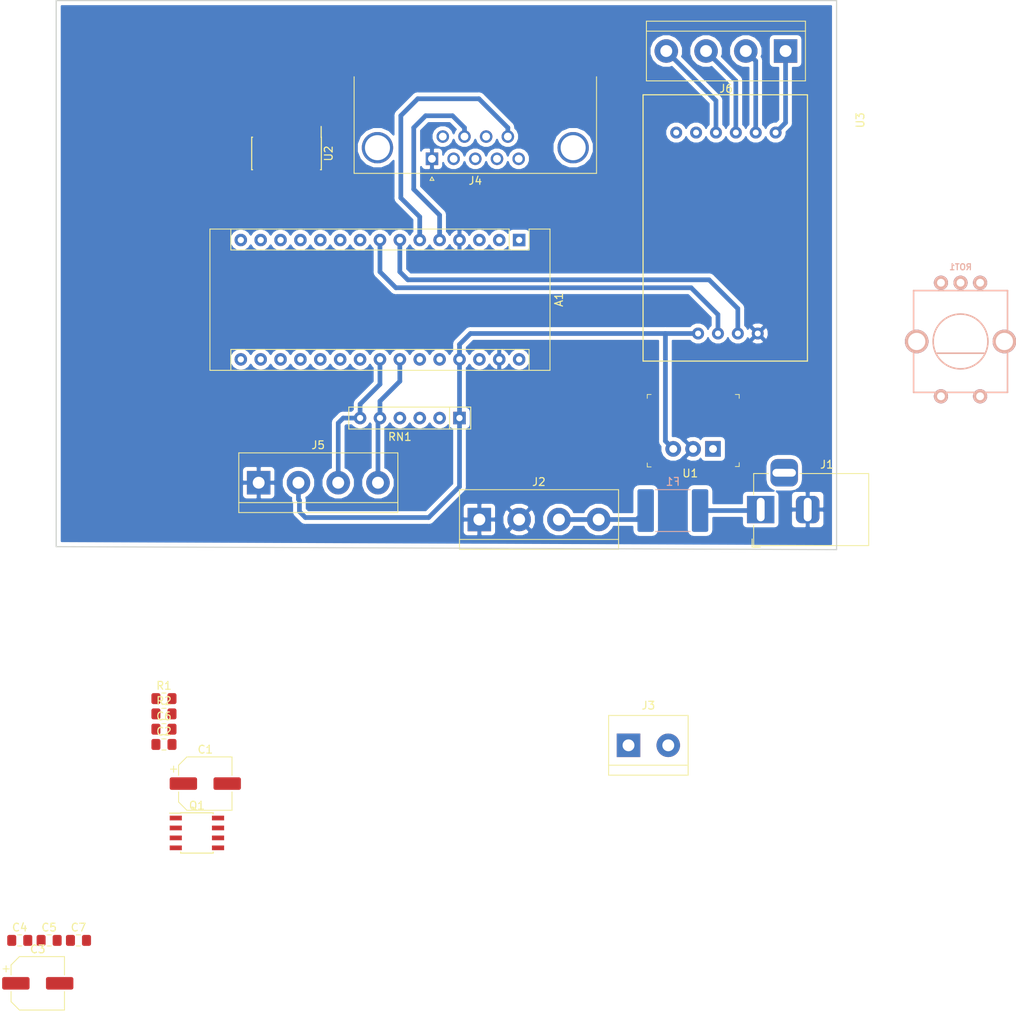
<source format=kicad_pcb>
(kicad_pcb (version 20171130) (host pcbnew "(5.0.1)-3")

  (general
    (thickness 1.6)
    (drawings 4)
    (tracks 64)
    (zones 0)
    (modules 23)
    (nets 49)
  )

  (page A4)
  (layers
    (0 F.Cu signal)
    (31 B.Cu signal)
    (32 B.Adhes user)
    (33 F.Adhes user)
    (34 B.Paste user)
    (35 F.Paste user)
    (36 B.SilkS user)
    (37 F.SilkS user)
    (38 B.Mask user)
    (39 F.Mask user)
    (40 Dwgs.User user)
    (41 Cmts.User user)
    (42 Eco1.User user)
    (43 Eco2.User user)
    (44 Edge.Cuts user)
    (45 Margin user)
    (46 B.CrtYd user)
    (47 F.CrtYd user)
    (48 B.Fab user)
    (49 F.Fab user)
  )

  (setup
    (last_trace_width 0.6)
    (trace_clearance 0.35)
    (zone_clearance 0.508)
    (zone_45_only no)
    (trace_min 0.2)
    (segment_width 0.2)
    (edge_width 0.15)
    (via_size 1.1)
    (via_drill 1)
    (via_min_size 0.4)
    (via_min_drill 0.3)
    (uvia_size 0.3)
    (uvia_drill 0.1)
    (uvias_allowed no)
    (uvia_min_size 0.2)
    (uvia_min_drill 0.1)
    (pcb_text_width 0.3)
    (pcb_text_size 1.5 1.5)
    (mod_edge_width 0.15)
    (mod_text_size 1 1)
    (mod_text_width 0.15)
    (pad_size 1.524 1.524)
    (pad_drill 0.762)
    (pad_to_mask_clearance 0.051)
    (solder_mask_min_width 0.25)
    (aux_axis_origin 0 0)
    (visible_elements FFFFE77F)
    (pcbplotparams
      (layerselection 0x010fc_ffffffff)
      (usegerberextensions false)
      (usegerberattributes false)
      (usegerberadvancedattributes false)
      (creategerberjobfile false)
      (excludeedgelayer true)
      (linewidth 0.100000)
      (plotframeref false)
      (viasonmask false)
      (mode 1)
      (useauxorigin false)
      (hpglpennumber 1)
      (hpglpenspeed 20)
      (hpglpendiameter 15.000000)
      (psnegative false)
      (psa4output false)
      (plotreference true)
      (plotvalue true)
      (plotinvisibletext false)
      (padsonsilk false)
      (subtractmaskfromsilk false)
      (outputformat 1)
      (mirror false)
      (drillshape 1)
      (scaleselection 1)
      (outputdirectory ""))
  )

  (net 0 "")
  (net 1 +24V)
  (net 2 GND)
  (net 3 +5V)
  (net 4 "Net-(J6-Pad2)")
  (net 5 "Net-(J6-Pad3)")
  (net 6 "Net-(J6-Pad1)")
  (net 7 "Net-(J6-Pad4)")
  (net 8 SDA)
  (net 9 SCL)
  (net 10 "Net-(J3-Pad1)")
  (net 11 "Net-(J3-Pad2)")
  (net 12 BTN)
  (net 13 ENCB)
  (net 14 ENCA)
  (net 15 LampB)
  (net 16 LampA)
  (net 17 "Net-(A1-Pad9)")
  (net 18 "Net-(A1-Pad10)")
  (net 19 "Net-(A1-Pad11)")
  (net 20 "Net-(A1-Pad1)")
  (net 21 "Net-(A1-Pad17)")
  (net 22 "Net-(A1-Pad2)")
  (net 23 "Net-(A1-Pad18)")
  (net 24 "Net-(A1-Pad3)")
  (net 25 "Net-(A1-Pad19)")
  (net 26 "Net-(A1-Pad20)")
  (net 27 scannerCLK)
  (net 28 "Net-(A1-Pad21)")
  (net 29 scannerDATA)
  (net 30 "Net-(A1-Pad22)")
  (net 31 scaleDATA)
  (net 32 scaleCLK)
  (net 33 "Net-(A1-Pad25)")
  (net 34 "Net-(A1-Pad26)")
  (net 35 "Net-(A1-Pad28)")
  (net 36 "Net-(A1-Pad14)")
  (net 37 "Net-(A1-Pad30)")
  (net 38 "Net-(A1-Pad15)")
  (net 39 "Net-(A1-Pad16)")
  (net 40 "Net-(U3-Pad9)")
  (net 41 "Net-(U3-Pad10)")
  (net 42 "Net-(F1-Pad1)")
  (net 43 "Net-(J4-Pad2)")
  (net 44 "Net-(J4-Pad4)")
  (net 45 "Net-(J4-Pad5)")
  (net 46 "Net-(J4-Pad6)")
  (net 47 "Net-(J4-Pad8)")
  (net 48 "Net-(J4-Pad0)")

  (net_class Default "This is the default net class."
    (clearance 0.35)
    (trace_width 0.6)
    (via_dia 1.1)
    (via_drill 1)
    (uvia_dia 0.3)
    (uvia_drill 0.1)
    (add_net +24V)
    (add_net +5V)
    (add_net BTN)
    (add_net ENCA)
    (add_net ENCB)
    (add_net GND)
    (add_net LampA)
    (add_net LampB)
    (add_net "Net-(A1-Pad1)")
    (add_net "Net-(A1-Pad10)")
    (add_net "Net-(A1-Pad11)")
    (add_net "Net-(A1-Pad14)")
    (add_net "Net-(A1-Pad15)")
    (add_net "Net-(A1-Pad16)")
    (add_net "Net-(A1-Pad17)")
    (add_net "Net-(A1-Pad18)")
    (add_net "Net-(A1-Pad19)")
    (add_net "Net-(A1-Pad2)")
    (add_net "Net-(A1-Pad20)")
    (add_net "Net-(A1-Pad21)")
    (add_net "Net-(A1-Pad22)")
    (add_net "Net-(A1-Pad25)")
    (add_net "Net-(A1-Pad26)")
    (add_net "Net-(A1-Pad28)")
    (add_net "Net-(A1-Pad3)")
    (add_net "Net-(A1-Pad30)")
    (add_net "Net-(A1-Pad9)")
    (add_net "Net-(F1-Pad1)")
    (add_net "Net-(J3-Pad1)")
    (add_net "Net-(J3-Pad2)")
    (add_net "Net-(J4-Pad0)")
    (add_net "Net-(J4-Pad2)")
    (add_net "Net-(J4-Pad4)")
    (add_net "Net-(J4-Pad5)")
    (add_net "Net-(J4-Pad6)")
    (add_net "Net-(J4-Pad8)")
    (add_net "Net-(J6-Pad1)")
    (add_net "Net-(J6-Pad2)")
    (add_net "Net-(J6-Pad3)")
    (add_net "Net-(J6-Pad4)")
    (add_net "Net-(U3-Pad10)")
    (add_net "Net-(U3-Pad9)")
    (add_net SCL)
    (add_net SDA)
    (add_net scaleCLK)
    (add_net scaleDATA)
    (add_net scannerCLK)
    (add_net scannerDATA)
  )

  (module Capacitor_SMD:CP_Elec_6.3x5.3 (layer F.Cu) (tedit 5BCA39D0) (tstamp 5C0AAC91)
    (at 97.318001 133.794001)
    (descr "SMD capacitor, aluminum electrolytic, Cornell Dubilier, 6.3x5.3mm")
    (tags "capacitor electrolytic")
    (path /5BF1956D)
    (attr smd)
    (fp_text reference C1 (at 0 -4.35) (layer F.SilkS)
      (effects (font (size 1 1) (thickness 0.15)))
    )
    (fp_text value 10uF/50V (at 0 4.35) (layer F.Fab)
      (effects (font (size 1 1) (thickness 0.15)))
    )
    (fp_text user %R (at 0 0) (layer F.Fab)
      (effects (font (size 1 1) (thickness 0.15)))
    )
    (fp_line (start -4.8 1.05) (end -3.55 1.05) (layer F.CrtYd) (width 0.05))
    (fp_line (start -4.8 -1.05) (end -4.8 1.05) (layer F.CrtYd) (width 0.05))
    (fp_line (start -3.55 -1.05) (end -4.8 -1.05) (layer F.CrtYd) (width 0.05))
    (fp_line (start -3.55 1.05) (end -3.55 2.4) (layer F.CrtYd) (width 0.05))
    (fp_line (start -3.55 -2.4) (end -3.55 -1.05) (layer F.CrtYd) (width 0.05))
    (fp_line (start -3.55 -2.4) (end -2.4 -3.55) (layer F.CrtYd) (width 0.05))
    (fp_line (start -3.55 2.4) (end -2.4 3.55) (layer F.CrtYd) (width 0.05))
    (fp_line (start -2.4 -3.55) (end 3.55 -3.55) (layer F.CrtYd) (width 0.05))
    (fp_line (start -2.4 3.55) (end 3.55 3.55) (layer F.CrtYd) (width 0.05))
    (fp_line (start 3.55 1.05) (end 3.55 3.55) (layer F.CrtYd) (width 0.05))
    (fp_line (start 4.8 1.05) (end 3.55 1.05) (layer F.CrtYd) (width 0.05))
    (fp_line (start 4.8 -1.05) (end 4.8 1.05) (layer F.CrtYd) (width 0.05))
    (fp_line (start 3.55 -1.05) (end 4.8 -1.05) (layer F.CrtYd) (width 0.05))
    (fp_line (start 3.55 -3.55) (end 3.55 -1.05) (layer F.CrtYd) (width 0.05))
    (fp_line (start -4.04375 -2.24125) (end -4.04375 -1.45375) (layer F.SilkS) (width 0.12))
    (fp_line (start -4.4375 -1.8475) (end -3.65 -1.8475) (layer F.SilkS) (width 0.12))
    (fp_line (start -3.41 2.345563) (end -2.345563 3.41) (layer F.SilkS) (width 0.12))
    (fp_line (start -3.41 -2.345563) (end -2.345563 -3.41) (layer F.SilkS) (width 0.12))
    (fp_line (start -3.41 -2.345563) (end -3.41 -1.06) (layer F.SilkS) (width 0.12))
    (fp_line (start -3.41 2.345563) (end -3.41 1.06) (layer F.SilkS) (width 0.12))
    (fp_line (start -2.345563 3.41) (end 3.41 3.41) (layer F.SilkS) (width 0.12))
    (fp_line (start -2.345563 -3.41) (end 3.41 -3.41) (layer F.SilkS) (width 0.12))
    (fp_line (start 3.41 -3.41) (end 3.41 -1.06) (layer F.SilkS) (width 0.12))
    (fp_line (start 3.41 3.41) (end 3.41 1.06) (layer F.SilkS) (width 0.12))
    (fp_line (start -2.389838 -1.645) (end -2.389838 -1.015) (layer F.Fab) (width 0.1))
    (fp_line (start -2.704838 -1.33) (end -2.074838 -1.33) (layer F.Fab) (width 0.1))
    (fp_line (start -3.3 2.3) (end -2.3 3.3) (layer F.Fab) (width 0.1))
    (fp_line (start -3.3 -2.3) (end -2.3 -3.3) (layer F.Fab) (width 0.1))
    (fp_line (start -3.3 -2.3) (end -3.3 2.3) (layer F.Fab) (width 0.1))
    (fp_line (start -2.3 3.3) (end 3.3 3.3) (layer F.Fab) (width 0.1))
    (fp_line (start -2.3 -3.3) (end 3.3 -3.3) (layer F.Fab) (width 0.1))
    (fp_line (start 3.3 -3.3) (end 3.3 3.3) (layer F.Fab) (width 0.1))
    (fp_circle (center 0 0) (end 3.15 0) (layer F.Fab) (width 0.1))
    (pad 2 smd roundrect (at 2.8 0) (size 3.5 1.6) (layers F.Cu F.Paste F.Mask) (roundrect_rratio 0.15625)
      (net 2 GND))
    (pad 1 smd roundrect (at -2.8 0) (size 3.5 1.6) (layers F.Cu F.Paste F.Mask) (roundrect_rratio 0.15625)
      (net 1 +24V))
    (model ${KISYS3DMOD}/Capacitor_SMD.3dshapes/CP_Elec_6.3x5.3.wrl
      (at (xyz 0 0 0))
      (scale (xyz 1 1 1))
      (rotate (xyz 0 0 0))
    )
  )

  (module Capacitor_SMD:CP_Elec_6.3x5.3 (layer F.Cu) (tedit 5BCA39D0) (tstamp 5C0AAC69)
    (at 75.918001 159.294001)
    (descr "SMD capacitor, aluminum electrolytic, Cornell Dubilier, 6.3x5.3mm")
    (tags "capacitor electrolytic")
    (path /5BF19902)
    (attr smd)
    (fp_text reference C3 (at 0 -4.35) (layer F.SilkS)
      (effects (font (size 1 1) (thickness 0.15)))
    )
    (fp_text value 22uF/16V (at 0 4.35) (layer F.Fab)
      (effects (font (size 1 1) (thickness 0.15)))
    )
    (fp_circle (center 0 0) (end 3.15 0) (layer F.Fab) (width 0.1))
    (fp_line (start 3.3 -3.3) (end 3.3 3.3) (layer F.Fab) (width 0.1))
    (fp_line (start -2.3 -3.3) (end 3.3 -3.3) (layer F.Fab) (width 0.1))
    (fp_line (start -2.3 3.3) (end 3.3 3.3) (layer F.Fab) (width 0.1))
    (fp_line (start -3.3 -2.3) (end -3.3 2.3) (layer F.Fab) (width 0.1))
    (fp_line (start -3.3 -2.3) (end -2.3 -3.3) (layer F.Fab) (width 0.1))
    (fp_line (start -3.3 2.3) (end -2.3 3.3) (layer F.Fab) (width 0.1))
    (fp_line (start -2.704838 -1.33) (end -2.074838 -1.33) (layer F.Fab) (width 0.1))
    (fp_line (start -2.389838 -1.645) (end -2.389838 -1.015) (layer F.Fab) (width 0.1))
    (fp_line (start 3.41 3.41) (end 3.41 1.06) (layer F.SilkS) (width 0.12))
    (fp_line (start 3.41 -3.41) (end 3.41 -1.06) (layer F.SilkS) (width 0.12))
    (fp_line (start -2.345563 -3.41) (end 3.41 -3.41) (layer F.SilkS) (width 0.12))
    (fp_line (start -2.345563 3.41) (end 3.41 3.41) (layer F.SilkS) (width 0.12))
    (fp_line (start -3.41 2.345563) (end -3.41 1.06) (layer F.SilkS) (width 0.12))
    (fp_line (start -3.41 -2.345563) (end -3.41 -1.06) (layer F.SilkS) (width 0.12))
    (fp_line (start -3.41 -2.345563) (end -2.345563 -3.41) (layer F.SilkS) (width 0.12))
    (fp_line (start -3.41 2.345563) (end -2.345563 3.41) (layer F.SilkS) (width 0.12))
    (fp_line (start -4.4375 -1.8475) (end -3.65 -1.8475) (layer F.SilkS) (width 0.12))
    (fp_line (start -4.04375 -2.24125) (end -4.04375 -1.45375) (layer F.SilkS) (width 0.12))
    (fp_line (start 3.55 -3.55) (end 3.55 -1.05) (layer F.CrtYd) (width 0.05))
    (fp_line (start 3.55 -1.05) (end 4.8 -1.05) (layer F.CrtYd) (width 0.05))
    (fp_line (start 4.8 -1.05) (end 4.8 1.05) (layer F.CrtYd) (width 0.05))
    (fp_line (start 4.8 1.05) (end 3.55 1.05) (layer F.CrtYd) (width 0.05))
    (fp_line (start 3.55 1.05) (end 3.55 3.55) (layer F.CrtYd) (width 0.05))
    (fp_line (start -2.4 3.55) (end 3.55 3.55) (layer F.CrtYd) (width 0.05))
    (fp_line (start -2.4 -3.55) (end 3.55 -3.55) (layer F.CrtYd) (width 0.05))
    (fp_line (start -3.55 2.4) (end -2.4 3.55) (layer F.CrtYd) (width 0.05))
    (fp_line (start -3.55 -2.4) (end -2.4 -3.55) (layer F.CrtYd) (width 0.05))
    (fp_line (start -3.55 -2.4) (end -3.55 -1.05) (layer F.CrtYd) (width 0.05))
    (fp_line (start -3.55 1.05) (end -3.55 2.4) (layer F.CrtYd) (width 0.05))
    (fp_line (start -3.55 -1.05) (end -4.8 -1.05) (layer F.CrtYd) (width 0.05))
    (fp_line (start -4.8 -1.05) (end -4.8 1.05) (layer F.CrtYd) (width 0.05))
    (fp_line (start -4.8 1.05) (end -3.55 1.05) (layer F.CrtYd) (width 0.05))
    (fp_text user %R (at 0 0) (layer F.Fab)
      (effects (font (size 1 1) (thickness 0.15)))
    )
    (pad 1 smd roundrect (at -2.8 0) (size 3.5 1.6) (layers F.Cu F.Paste F.Mask) (roundrect_rratio 0.15625)
      (net 3 +5V))
    (pad 2 smd roundrect (at 2.8 0) (size 3.5 1.6) (layers F.Cu F.Paste F.Mask) (roundrect_rratio 0.15625)
      (net 2 GND))
    (model ${KISYS3DMOD}/Capacitor_SMD.3dshapes/CP_Elec_6.3x5.3.wrl
      (at (xyz 0 0 0))
      (scale (xyz 1 1 1))
      (rotate (xyz 0 0 0))
    )
  )

  (module Capacitor_SMD:C_0805_2012Metric_Pad1.15x1.40mm_HandSolder (layer F.Cu) (tedit 5B36C52B) (tstamp 5C0AAC41)
    (at 92.038001 128.794001)
    (descr "Capacitor SMD 0805 (2012 Metric), square (rectangular) end terminal, IPC_7351 nominal with elongated pad for handsoldering. (Body size source: https://docs.google.com/spreadsheets/d/1BsfQQcO9C6DZCsRaXUlFlo91Tg2WpOkGARC1WS5S8t0/edit?usp=sharing), generated with kicad-footprint-generator")
    (tags "capacitor handsolder")
    (path /5BF282CE)
    (attr smd)
    (fp_text reference C2 (at 0 -1.65) (layer F.SilkS)
      (effects (font (size 1 1) (thickness 0.15)))
    )
    (fp_text value 100n (at 0 1.65) (layer F.Fab)
      (effects (font (size 1 1) (thickness 0.15)))
    )
    (fp_line (start -1 0.6) (end -1 -0.6) (layer F.Fab) (width 0.1))
    (fp_line (start -1 -0.6) (end 1 -0.6) (layer F.Fab) (width 0.1))
    (fp_line (start 1 -0.6) (end 1 0.6) (layer F.Fab) (width 0.1))
    (fp_line (start 1 0.6) (end -1 0.6) (layer F.Fab) (width 0.1))
    (fp_line (start -0.261252 -0.71) (end 0.261252 -0.71) (layer F.SilkS) (width 0.12))
    (fp_line (start -0.261252 0.71) (end 0.261252 0.71) (layer F.SilkS) (width 0.12))
    (fp_line (start -1.85 0.95) (end -1.85 -0.95) (layer F.CrtYd) (width 0.05))
    (fp_line (start -1.85 -0.95) (end 1.85 -0.95) (layer F.CrtYd) (width 0.05))
    (fp_line (start 1.85 -0.95) (end 1.85 0.95) (layer F.CrtYd) (width 0.05))
    (fp_line (start 1.85 0.95) (end -1.85 0.95) (layer F.CrtYd) (width 0.05))
    (fp_text user %R (at 0 0) (layer F.Fab)
      (effects (font (size 0.5 0.5) (thickness 0.08)))
    )
    (pad 1 smd roundrect (at -1.025 0) (size 1.15 1.4) (layers F.Cu F.Paste F.Mask) (roundrect_rratio 0.217391)
      (net 2 GND))
    (pad 2 smd roundrect (at 1.025 0) (size 1.15 1.4) (layers F.Cu F.Paste F.Mask) (roundrect_rratio 0.217391)
      (net 3 +5V))
    (model ${KISYS3DMOD}/Capacitor_SMD.3dshapes/C_0805_2012Metric.wrl
      (at (xyz 0 0 0))
      (scale (xyz 1 1 1))
      (rotate (xyz 0 0 0))
    )
  )

  (module Capacitor_SMD:C_0805_2012Metric_Pad1.15x1.40mm_HandSolder (layer F.Cu) (tedit 5B36C52B) (tstamp 5C0AAC30)
    (at 73.618001 153.814001)
    (descr "Capacitor SMD 0805 (2012 Metric), square (rectangular) end terminal, IPC_7351 nominal with elongated pad for handsoldering. (Body size source: https://docs.google.com/spreadsheets/d/1BsfQQcO9C6DZCsRaXUlFlo91Tg2WpOkGARC1WS5S8t0/edit?usp=sharing), generated with kicad-footprint-generator")
    (tags "capacitor handsolder")
    (path /5BF1A510)
    (attr smd)
    (fp_text reference C4 (at 0 -1.65) (layer F.SilkS)
      (effects (font (size 1 1) (thickness 0.15)))
    )
    (fp_text value 100n (at 0 1.65) (layer F.Fab)
      (effects (font (size 1 1) (thickness 0.15)))
    )
    (fp_text user %R (at 0 0) (layer F.Fab)
      (effects (font (size 0.5 0.5) (thickness 0.08)))
    )
    (fp_line (start 1.85 0.95) (end -1.85 0.95) (layer F.CrtYd) (width 0.05))
    (fp_line (start 1.85 -0.95) (end 1.85 0.95) (layer F.CrtYd) (width 0.05))
    (fp_line (start -1.85 -0.95) (end 1.85 -0.95) (layer F.CrtYd) (width 0.05))
    (fp_line (start -1.85 0.95) (end -1.85 -0.95) (layer F.CrtYd) (width 0.05))
    (fp_line (start -0.261252 0.71) (end 0.261252 0.71) (layer F.SilkS) (width 0.12))
    (fp_line (start -0.261252 -0.71) (end 0.261252 -0.71) (layer F.SilkS) (width 0.12))
    (fp_line (start 1 0.6) (end -1 0.6) (layer F.Fab) (width 0.1))
    (fp_line (start 1 -0.6) (end 1 0.6) (layer F.Fab) (width 0.1))
    (fp_line (start -1 -0.6) (end 1 -0.6) (layer F.Fab) (width 0.1))
    (fp_line (start -1 0.6) (end -1 -0.6) (layer F.Fab) (width 0.1))
    (pad 2 smd roundrect (at 1.025 0) (size 1.15 1.4) (layers F.Cu F.Paste F.Mask) (roundrect_rratio 0.217391)
      (net 3 +5V))
    (pad 1 smd roundrect (at -1.025 0) (size 1.15 1.4) (layers F.Cu F.Paste F.Mask) (roundrect_rratio 0.217391)
      (net 2 GND))
    (model ${KISYS3DMOD}/Capacitor_SMD.3dshapes/C_0805_2012Metric.wrl
      (at (xyz 0 0 0))
      (scale (xyz 1 1 1))
      (rotate (xyz 0 0 0))
    )
  )

  (module Capacitor_SMD:C_0805_2012Metric_Pad1.15x1.40mm_HandSolder (layer F.Cu) (tedit 5B36C52B) (tstamp 5C0AAC1F)
    (at 77.368001 153.814001)
    (descr "Capacitor SMD 0805 (2012 Metric), square (rectangular) end terminal, IPC_7351 nominal with elongated pad for handsoldering. (Body size source: https://docs.google.com/spreadsheets/d/1BsfQQcO9C6DZCsRaXUlFlo91Tg2WpOkGARC1WS5S8t0/edit?usp=sharing), generated with kicad-footprint-generator")
    (tags "capacitor handsolder")
    (path /5BF1A0B2)
    (attr smd)
    (fp_text reference C5 (at 0 -1.65) (layer F.SilkS)
      (effects (font (size 1 1) (thickness 0.15)))
    )
    (fp_text value 100n (at 0 1.65) (layer F.Fab)
      (effects (font (size 1 1) (thickness 0.15)))
    )
    (fp_line (start -1 0.6) (end -1 -0.6) (layer F.Fab) (width 0.1))
    (fp_line (start -1 -0.6) (end 1 -0.6) (layer F.Fab) (width 0.1))
    (fp_line (start 1 -0.6) (end 1 0.6) (layer F.Fab) (width 0.1))
    (fp_line (start 1 0.6) (end -1 0.6) (layer F.Fab) (width 0.1))
    (fp_line (start -0.261252 -0.71) (end 0.261252 -0.71) (layer F.SilkS) (width 0.12))
    (fp_line (start -0.261252 0.71) (end 0.261252 0.71) (layer F.SilkS) (width 0.12))
    (fp_line (start -1.85 0.95) (end -1.85 -0.95) (layer F.CrtYd) (width 0.05))
    (fp_line (start -1.85 -0.95) (end 1.85 -0.95) (layer F.CrtYd) (width 0.05))
    (fp_line (start 1.85 -0.95) (end 1.85 0.95) (layer F.CrtYd) (width 0.05))
    (fp_line (start 1.85 0.95) (end -1.85 0.95) (layer F.CrtYd) (width 0.05))
    (fp_text user %R (at 0 0) (layer F.Fab)
      (effects (font (size 0.5 0.5) (thickness 0.08)))
    )
    (pad 1 smd roundrect (at -1.025 0) (size 1.15 1.4) (layers F.Cu F.Paste F.Mask) (roundrect_rratio 0.217391)
      (net 2 GND))
    (pad 2 smd roundrect (at 1.025 0) (size 1.15 1.4) (layers F.Cu F.Paste F.Mask) (roundrect_rratio 0.217391)
      (net 3 +5V))
    (model ${KISYS3DMOD}/Capacitor_SMD.3dshapes/C_0805_2012Metric.wrl
      (at (xyz 0 0 0))
      (scale (xyz 1 1 1))
      (rotate (xyz 0 0 0))
    )
  )

  (module Capacitor_SMD:C_0805_2012Metric_Pad1.15x1.40mm_HandSolder (layer F.Cu) (tedit 5B36C52B) (tstamp 5C0AAC0E)
    (at 92.038001 126.844001)
    (descr "Capacitor SMD 0805 (2012 Metric), square (rectangular) end terminal, IPC_7351 nominal with elongated pad for handsoldering. (Body size source: https://docs.google.com/spreadsheets/d/1BsfQQcO9C6DZCsRaXUlFlo91Tg2WpOkGARC1WS5S8t0/edit?usp=sharing), generated with kicad-footprint-generator")
    (tags "capacitor handsolder")
    (path /5BF2A168)
    (attr smd)
    (fp_text reference C6 (at 0 -1.65) (layer F.SilkS)
      (effects (font (size 1 1) (thickness 0.15)))
    )
    (fp_text value 100n (at 0 1.65) (layer F.Fab)
      (effects (font (size 1 1) (thickness 0.15)))
    )
    (fp_text user %R (at 0 0) (layer F.Fab)
      (effects (font (size 0.5 0.5) (thickness 0.08)))
    )
    (fp_line (start 1.85 0.95) (end -1.85 0.95) (layer F.CrtYd) (width 0.05))
    (fp_line (start 1.85 -0.95) (end 1.85 0.95) (layer F.CrtYd) (width 0.05))
    (fp_line (start -1.85 -0.95) (end 1.85 -0.95) (layer F.CrtYd) (width 0.05))
    (fp_line (start -1.85 0.95) (end -1.85 -0.95) (layer F.CrtYd) (width 0.05))
    (fp_line (start -0.261252 0.71) (end 0.261252 0.71) (layer F.SilkS) (width 0.12))
    (fp_line (start -0.261252 -0.71) (end 0.261252 -0.71) (layer F.SilkS) (width 0.12))
    (fp_line (start 1 0.6) (end -1 0.6) (layer F.Fab) (width 0.1))
    (fp_line (start 1 -0.6) (end 1 0.6) (layer F.Fab) (width 0.1))
    (fp_line (start -1 -0.6) (end 1 -0.6) (layer F.Fab) (width 0.1))
    (fp_line (start -1 0.6) (end -1 -0.6) (layer F.Fab) (width 0.1))
    (pad 2 smd roundrect (at 1.025 0) (size 1.15 1.4) (layers F.Cu F.Paste F.Mask) (roundrect_rratio 0.217391)
      (net 3 +5V))
    (pad 1 smd roundrect (at -1.025 0) (size 1.15 1.4) (layers F.Cu F.Paste F.Mask) (roundrect_rratio 0.217391)
      (net 2 GND))
    (model ${KISYS3DMOD}/Capacitor_SMD.3dshapes/C_0805_2012Metric.wrl
      (at (xyz 0 0 0))
      (scale (xyz 1 1 1))
      (rotate (xyz 0 0 0))
    )
  )

  (module Capacitor_SMD:C_0805_2012Metric_Pad1.15x1.40mm_HandSolder (layer F.Cu) (tedit 5B36C52B) (tstamp 5C0AABFD)
    (at 81.118001 153.814001)
    (descr "Capacitor SMD 0805 (2012 Metric), square (rectangular) end terminal, IPC_7351 nominal with elongated pad for handsoldering. (Body size source: https://docs.google.com/spreadsheets/d/1BsfQQcO9C6DZCsRaXUlFlo91Tg2WpOkGARC1WS5S8t0/edit?usp=sharing), generated with kicad-footprint-generator")
    (tags "capacitor handsolder")
    (path /5BF1B4FA)
    (attr smd)
    (fp_text reference C7 (at 0 -1.65) (layer F.SilkS)
      (effects (font (size 1 1) (thickness 0.15)))
    )
    (fp_text value 100n (at 0 1.65) (layer F.Fab)
      (effects (font (size 1 1) (thickness 0.15)))
    )
    (fp_line (start -1 0.6) (end -1 -0.6) (layer F.Fab) (width 0.1))
    (fp_line (start -1 -0.6) (end 1 -0.6) (layer F.Fab) (width 0.1))
    (fp_line (start 1 -0.6) (end 1 0.6) (layer F.Fab) (width 0.1))
    (fp_line (start 1 0.6) (end -1 0.6) (layer F.Fab) (width 0.1))
    (fp_line (start -0.261252 -0.71) (end 0.261252 -0.71) (layer F.SilkS) (width 0.12))
    (fp_line (start -0.261252 0.71) (end 0.261252 0.71) (layer F.SilkS) (width 0.12))
    (fp_line (start -1.85 0.95) (end -1.85 -0.95) (layer F.CrtYd) (width 0.05))
    (fp_line (start -1.85 -0.95) (end 1.85 -0.95) (layer F.CrtYd) (width 0.05))
    (fp_line (start 1.85 -0.95) (end 1.85 0.95) (layer F.CrtYd) (width 0.05))
    (fp_line (start 1.85 0.95) (end -1.85 0.95) (layer F.CrtYd) (width 0.05))
    (fp_text user %R (at 0 0) (layer F.Fab)
      (effects (font (size 0.5 0.5) (thickness 0.08)))
    )
    (pad 1 smd roundrect (at -1.025 0) (size 1.15 1.4) (layers F.Cu F.Paste F.Mask) (roundrect_rratio 0.217391)
      (net 2 GND))
    (pad 2 smd roundrect (at 1.025 0) (size 1.15 1.4) (layers F.Cu F.Paste F.Mask) (roundrect_rratio 0.217391)
      (net 3 +5V))
    (model ${KISYS3DMOD}/Capacitor_SMD.3dshapes/C_0805_2012Metric.wrl
      (at (xyz 0 0 0))
      (scale (xyz 1 1 1))
      (rotate (xyz 0 0 0))
    )
  )

  (module Connector_BarrelJack:BarrelJack_Horizontal (layer F.Cu) (tedit 5A1DBF6A) (tstamp 5C0AABEC)
    (at 168.275 98.806 180)
    (descr "DC Barrel Jack")
    (tags "Power Jack")
    (path /5BF175EA)
    (fp_text reference J1 (at -8.45 5.75 180) (layer F.SilkS)
      (effects (font (size 1 1) (thickness 0.15)))
    )
    (fp_text value Barrel_Jack (at -6.2 -5.5 180) (layer F.Fab)
      (effects (font (size 1 1) (thickness 0.15)))
    )
    (fp_text user %R (at -3 -2.95 180) (layer F.Fab)
      (effects (font (size 1 1) (thickness 0.15)))
    )
    (fp_line (start -0.003213 -4.505425) (end 0.8 -3.75) (layer F.Fab) (width 0.1))
    (fp_line (start 1.1 -3.75) (end 1.1 -4.8) (layer F.SilkS) (width 0.12))
    (fp_line (start 0.05 -4.8) (end 1.1 -4.8) (layer F.SilkS) (width 0.12))
    (fp_line (start 1 -4.5) (end 1 -4.75) (layer F.CrtYd) (width 0.05))
    (fp_line (start 1 -4.75) (end -14 -4.75) (layer F.CrtYd) (width 0.05))
    (fp_line (start 1 -4.5) (end 1 -2) (layer F.CrtYd) (width 0.05))
    (fp_line (start 1 -2) (end 2 -2) (layer F.CrtYd) (width 0.05))
    (fp_line (start 2 -2) (end 2 2) (layer F.CrtYd) (width 0.05))
    (fp_line (start 2 2) (end 1 2) (layer F.CrtYd) (width 0.05))
    (fp_line (start 1 2) (end 1 4.75) (layer F.CrtYd) (width 0.05))
    (fp_line (start 1 4.75) (end -1 4.75) (layer F.CrtYd) (width 0.05))
    (fp_line (start -1 4.75) (end -1 6.75) (layer F.CrtYd) (width 0.05))
    (fp_line (start -1 6.75) (end -5 6.75) (layer F.CrtYd) (width 0.05))
    (fp_line (start -5 6.75) (end -5 4.75) (layer F.CrtYd) (width 0.05))
    (fp_line (start -5 4.75) (end -14 4.75) (layer F.CrtYd) (width 0.05))
    (fp_line (start -14 4.75) (end -14 -4.75) (layer F.CrtYd) (width 0.05))
    (fp_line (start -5 4.6) (end -13.8 4.6) (layer F.SilkS) (width 0.12))
    (fp_line (start -13.8 4.6) (end -13.8 -4.6) (layer F.SilkS) (width 0.12))
    (fp_line (start 0.9 1.9) (end 0.9 4.6) (layer F.SilkS) (width 0.12))
    (fp_line (start 0.9 4.6) (end -1 4.6) (layer F.SilkS) (width 0.12))
    (fp_line (start -13.8 -4.6) (end 0.9 -4.6) (layer F.SilkS) (width 0.12))
    (fp_line (start 0.9 -4.6) (end 0.9 -2) (layer F.SilkS) (width 0.12))
    (fp_line (start -10.2 -4.5) (end -10.2 4.5) (layer F.Fab) (width 0.1))
    (fp_line (start -13.7 -4.5) (end -13.7 4.5) (layer F.Fab) (width 0.1))
    (fp_line (start -13.7 4.5) (end 0.8 4.5) (layer F.Fab) (width 0.1))
    (fp_line (start 0.8 4.5) (end 0.8 -3.75) (layer F.Fab) (width 0.1))
    (fp_line (start 0 -4.5) (end -13.7 -4.5) (layer F.Fab) (width 0.1))
    (pad 1 thru_hole rect (at 0 0 180) (size 3.5 3.5) (drill oval 1 3) (layers *.Cu *.Mask)
      (net 42 "Net-(F1-Pad1)"))
    (pad 2 thru_hole roundrect (at -6 0 180) (size 3 3.5) (drill oval 1 3) (layers *.Cu *.Mask) (roundrect_rratio 0.25)
      (net 2 GND))
    (pad 3 thru_hole roundrect (at -3 4.7 180) (size 3.5 3.5) (drill oval 3 1) (layers *.Cu *.Mask) (roundrect_rratio 0.25))
    (model ${KISYS3DMOD}/Connector_BarrelJack.3dshapes/BarrelJack_Horizontal.wrl
      (at (xyz 0 0 0))
      (scale (xyz 1 1 1))
      (rotate (xyz 0 0 0))
    )
  )

  (module Connector_Dsub:DSUB-9_Female_Horizontal_P2.77x2.84mm_EdgePinOffset7.70mm_Housed_MountingHolesOffset9.12mm (layer F.Cu) (tedit 59FEDEE2) (tstamp 5C0AABC9)
    (at 126.274 54.021 180)
    (descr "9-pin D-Sub connector, horizontal/angled (90 deg), THT-mount, female, pitch 2.77x2.84mm, pin-PCB-offset 7.699999999999999mm, distance of mounting holes 25mm, distance of mounting holes to PCB edge 9.12mm, see https://disti-assets.s3.amazonaws.com/tonar/files/datasheets/16730.pdf")
    (tags "9-pin D-Sub connector horizontal angled 90deg THT female pitch 2.77x2.84mm pin-PCB-offset 7.699999999999999mm mounting-holes-distance 25mm mounting-hole-offset 25mm")
    (path /5BF3F8D9)
    (fp_text reference J4 (at -5.54 -2.8 180) (layer F.SilkS)
      (effects (font (size 1 1) (thickness 0.15)))
    )
    (fp_text value ToScanner (at -5.54 18.61 180) (layer F.Fab)
      (effects (font (size 1 1) (thickness 0.15)))
    )
    (fp_arc (start -18.04 1.42) (end -19.64 1.42) (angle 180) (layer F.Fab) (width 0.1))
    (fp_arc (start 6.96 1.42) (end 5.36 1.42) (angle 180) (layer F.Fab) (width 0.1))
    (fp_line (start -20.965 -1.8) (end -20.965 10.54) (layer F.Fab) (width 0.1))
    (fp_line (start -20.965 10.54) (end 9.885 10.54) (layer F.Fab) (width 0.1))
    (fp_line (start 9.885 10.54) (end 9.885 -1.8) (layer F.Fab) (width 0.1))
    (fp_line (start 9.885 -1.8) (end -20.965 -1.8) (layer F.Fab) (width 0.1))
    (fp_line (start -20.965 10.54) (end -20.965 10.94) (layer F.Fab) (width 0.1))
    (fp_line (start -20.965 10.94) (end 9.885 10.94) (layer F.Fab) (width 0.1))
    (fp_line (start 9.885 10.94) (end 9.885 10.54) (layer F.Fab) (width 0.1))
    (fp_line (start 9.885 10.54) (end -20.965 10.54) (layer F.Fab) (width 0.1))
    (fp_line (start -13.69 10.94) (end -13.69 17.11) (layer F.Fab) (width 0.1))
    (fp_line (start -13.69 17.11) (end 2.61 17.11) (layer F.Fab) (width 0.1))
    (fp_line (start 2.61 17.11) (end 2.61 10.94) (layer F.Fab) (width 0.1))
    (fp_line (start 2.61 10.94) (end -13.69 10.94) (layer F.Fab) (width 0.1))
    (fp_line (start -20.54 10.94) (end -20.54 15.94) (layer F.Fab) (width 0.1))
    (fp_line (start -20.54 15.94) (end -15.54 15.94) (layer F.Fab) (width 0.1))
    (fp_line (start -15.54 15.94) (end -15.54 10.94) (layer F.Fab) (width 0.1))
    (fp_line (start -15.54 10.94) (end -20.54 10.94) (layer F.Fab) (width 0.1))
    (fp_line (start 4.46 10.94) (end 4.46 15.94) (layer F.Fab) (width 0.1))
    (fp_line (start 4.46 15.94) (end 9.46 15.94) (layer F.Fab) (width 0.1))
    (fp_line (start 9.46 15.94) (end 9.46 10.94) (layer F.Fab) (width 0.1))
    (fp_line (start 9.46 10.94) (end 4.46 10.94) (layer F.Fab) (width 0.1))
    (fp_line (start -19.64 10.54) (end -19.64 1.42) (layer F.Fab) (width 0.1))
    (fp_line (start -16.44 10.54) (end -16.44 1.42) (layer F.Fab) (width 0.1))
    (fp_line (start 5.36 10.54) (end 5.36 1.42) (layer F.Fab) (width 0.1))
    (fp_line (start 8.56 10.54) (end 8.56 1.42) (layer F.Fab) (width 0.1))
    (fp_line (start -21.025 10.48) (end -21.025 -1.86) (layer F.SilkS) (width 0.12))
    (fp_line (start -21.025 -1.86) (end 9.945 -1.86) (layer F.SilkS) (width 0.12))
    (fp_line (start 9.945 -1.86) (end 9.945 10.48) (layer F.SilkS) (width 0.12))
    (fp_line (start -0.25 -2.754338) (end 0.25 -2.754338) (layer F.SilkS) (width 0.12))
    (fp_line (start 0.25 -2.754338) (end 0 -2.321325) (layer F.SilkS) (width 0.12))
    (fp_line (start 0 -2.321325) (end -0.25 -2.754338) (layer F.SilkS) (width 0.12))
    (fp_line (start -21.5 -2.35) (end -21.5 17.65) (layer F.CrtYd) (width 0.05))
    (fp_line (start -21.5 17.65) (end 10.4 17.65) (layer F.CrtYd) (width 0.05))
    (fp_line (start 10.4 17.65) (end 10.4 -2.35) (layer F.CrtYd) (width 0.05))
    (fp_line (start 10.4 -2.35) (end -21.5 -2.35) (layer F.CrtYd) (width 0.05))
    (fp_text user %R (at -5.54 14.025 180) (layer F.Fab)
      (effects (font (size 1 1) (thickness 0.15)))
    )
    (pad 1 thru_hole rect (at 0 0 180) (size 1.6 1.6) (drill 1) (layers *.Cu *.Mask)
      (net 2 GND))
    (pad 2 thru_hole circle (at -2.77 0 180) (size 1.6 1.6) (drill 1) (layers *.Cu *.Mask)
      (net 43 "Net-(J4-Pad2)"))
    (pad 3 thru_hole circle (at -5.54 0 180) (size 1.6 1.6) (drill 1) (layers *.Cu *.Mask)
      (net 3 +5V))
    (pad 4 thru_hole circle (at -8.31 0 180) (size 1.6 1.6) (drill 1) (layers *.Cu *.Mask)
      (net 44 "Net-(J4-Pad4)"))
    (pad 5 thru_hole circle (at -11.08 0 180) (size 1.6 1.6) (drill 1) (layers *.Cu *.Mask)
      (net 45 "Net-(J4-Pad5)"))
    (pad 6 thru_hole circle (at -1.385 2.84 180) (size 1.6 1.6) (drill 1) (layers *.Cu *.Mask)
      (net 46 "Net-(J4-Pad6)"))
    (pad 7 thru_hole circle (at -4.155 2.84 180) (size 1.6 1.6) (drill 1) (layers *.Cu *.Mask)
      (net 27 scannerCLK))
    (pad 8 thru_hole circle (at -6.925 2.84 180) (size 1.6 1.6) (drill 1) (layers *.Cu *.Mask)
      (net 47 "Net-(J4-Pad8)"))
    (pad 9 thru_hole circle (at -9.695 2.84 180) (size 1.6 1.6) (drill 1) (layers *.Cu *.Mask)
      (net 29 scannerDATA))
    (pad 0 thru_hole circle (at -18.04 1.42 180) (size 4 4) (drill 3.2) (layers *.Cu *.Mask)
      (net 48 "Net-(J4-Pad0)"))
    (pad 0 thru_hole circle (at 6.96 1.42 180) (size 4 4) (drill 3.2) (layers *.Cu *.Mask)
      (net 48 "Net-(J4-Pad0)"))
    (model ${KISYS3DMOD}/Connector_Dsub.3dshapes/DSUB-9_Female_Horizontal_P2.77x2.84mm_EdgePinOffset7.70mm_Housed_MountingHolesOffset9.12mm.wrl
      (at (xyz 0 0 0))
      (scale (xyz 1 1 1))
      (rotate (xyz 0 0 0))
    )
  )

  (module Fuse:Fuse_2920_7451Metric_Pad2.10x5.45mm_HandSolder (layer B.Cu) (tedit 5B341557) (tstamp 5C0AAB95)
    (at 157.053 98.933 180)
    (descr "Fuse SMD 2920 (7451 Metric), square (rectangular) end terminal, IPC_7351 nominal with elongated pad for handsoldering. (Body size from: http://www.megastar.com/products/fusetronic/polyswitch/PDF/smd2920.pdf), generated with kicad-footprint-generator")
    (tags "resistor handsolder")
    (path /5BF3BAF0)
    (attr smd)
    (fp_text reference F1 (at 0 3.68 180) (layer B.SilkS)
      (effects (font (size 1 1) (thickness 0.15)) (justify mirror))
    )
    (fp_text value 30V/1100mA (at 0 -3.68 180) (layer B.Fab)
      (effects (font (size 1 1) (thickness 0.15)) (justify mirror))
    )
    (fp_line (start -3.6775 -2.56) (end -3.6775 2.56) (layer B.Fab) (width 0.1))
    (fp_line (start -3.6775 2.56) (end 3.6775 2.56) (layer B.Fab) (width 0.1))
    (fp_line (start 3.6775 2.56) (end 3.6775 -2.56) (layer B.Fab) (width 0.1))
    (fp_line (start 3.6775 -2.56) (end -3.6775 -2.56) (layer B.Fab) (width 0.1))
    (fp_line (start -2.203752 2.67) (end 2.203752 2.67) (layer B.SilkS) (width 0.12))
    (fp_line (start -2.203752 -2.67) (end 2.203752 -2.67) (layer B.SilkS) (width 0.12))
    (fp_line (start -4.78 -2.98) (end -4.78 2.98) (layer B.CrtYd) (width 0.05))
    (fp_line (start -4.78 2.98) (end 4.78 2.98) (layer B.CrtYd) (width 0.05))
    (fp_line (start 4.78 2.98) (end 4.78 -2.98) (layer B.CrtYd) (width 0.05))
    (fp_line (start 4.78 -2.98) (end -4.78 -2.98) (layer B.CrtYd) (width 0.05))
    (fp_text user %R (at 0 0) (layer F.Fab)
      (effects (font (size 1 1) (thickness 0.15)))
    )
    (pad 1 smd roundrect (at -3.475 0 180) (size 2.1 5.45) (layers B.Cu B.Paste B.Mask) (roundrect_rratio 0.119048)
      (net 42 "Net-(F1-Pad1)"))
    (pad 2 smd roundrect (at 3.475 0 180) (size 2.1 5.45) (layers B.Cu B.Paste B.Mask) (roundrect_rratio 0.119048)
      (net 1 +24V))
    (model ${KISYS3DMOD}/Fuse.3dshapes/Fuse_2920_7451Metric.wrl
      (at (xyz 0 0 0))
      (scale (xyz 1 1 1))
      (rotate (xyz 0 0 0))
    )
  )

  (module Libs:HX711_Module (layer F.Cu) (tedit 5BF187CA) (tstamp 5C0AAB84)
    (at 174.244 45.847 270)
    (path /5BF191D3)
    (fp_text reference U3 (at 3.25 -6.75 270) (layer F.SilkS)
      (effects (font (size 1 1) (thickness 0.15)))
    )
    (fp_text value HX711_Module (at 3 -9.75 270) (layer F.Fab)
      (effects (font (size 1 1) (thickness 0.15)))
    )
    (fp_line (start 0 0) (end 34 0) (layer F.SilkS) (width 0.15))
    (fp_line (start 34 0) (end 34 21) (layer F.SilkS) (width 0.15))
    (fp_line (start 34 21) (end 0 21) (layer F.SilkS) (width 0.15))
    (fp_line (start 0 21) (end 0 0) (layer F.SilkS) (width 0.15))
    (pad 1 thru_hole circle (at 30.48 6.35 270) (size 1.524 1.524) (drill 0.762) (layers *.Cu *.Mask)
      (net 2 GND))
    (pad 2 thru_hole circle (at 30.48 8.89 270) (size 1.524 1.524) (drill 0.762) (layers *.Cu *.Mask)
      (net 31 scaleDATA))
    (pad 3 thru_hole circle (at 30.48 11.43 270) (size 1.524 1.524) (drill 0.762) (layers *.Cu *.Mask)
      (net 32 scaleCLK))
    (pad 4 thru_hole circle (at 30.48 13.97 270) (size 1.524 1.524) (drill 0.762) (layers *.Cu *.Mask)
      (net 3 +5V))
    (pad 5 thru_hole circle (at 4.826 4.064 270) (size 1.524 1.524) (drill 0.762) (layers *.Cu *.Mask)
      (net 6 "Net-(J6-Pad1)"))
    (pad 6 thru_hole circle (at 4.826 6.604 270) (size 1.524 1.524) (drill 0.762) (layers *.Cu *.Mask)
      (net 4 "Net-(J6-Pad2)"))
    (pad 7 thru_hole circle (at 4.826 9.144 270) (size 1.524 1.524) (drill 0.762) (layers *.Cu *.Mask)
      (net 5 "Net-(J6-Pad3)"))
    (pad 8 thru_hole circle (at 4.826 11.684 270) (size 1.524 1.524) (drill 0.762) (layers *.Cu *.Mask)
      (net 7 "Net-(J6-Pad4)"))
    (pad 9 thru_hole circle (at 4.826 14.224 270) (size 1.524 1.524) (drill 0.762) (layers *.Cu *.Mask)
      (net 40 "Net-(U3-Pad9)"))
    (pad 10 thru_hole circle (at 4.826 16.764 270) (size 1.524 1.524) (drill 0.762) (layers *.Cu *.Mask)
      (net 41 "Net-(U3-Pad10)"))
  )

  (module Libs:ROTARY-ENCODER-Ebay (layer B.Cu) (tedit 59B3D3EC) (tstamp 5C0AAB72)
    (at 193.802 77.343)
    (path /5BF1E930)
    (fp_text reference ROT1 (at 0 -9.5) (layer B.SilkS)
      (effects (font (size 0.762 0.762) (thickness 0.1524)) (justify mirror))
    )
    (fp_text value ROTARY-ENCODER-Ebay (at 0 0) (layer B.SilkS) hide
      (effects (font (size 0.762 0.762) (thickness 0.1524)) (justify mirror))
    )
    (fp_line (start 3 1.5) (end -3 1.5) (layer B.SilkS) (width 0.2032))
    (fp_circle (center 0 0) (end 3.5 0) (layer B.SilkS) (width 0.2032))
    (fp_line (start 6 -6.5) (end -6 -6.5) (layer B.SilkS) (width 0.2032))
    (fp_line (start -6 -6.5) (end -6 6.5) (layer B.SilkS) (width 0.2032))
    (fp_line (start -6 6.5) (end 6 6.5) (layer B.SilkS) (width 0.2032))
    (fp_line (start 6 6.5) (end 6 -6.5) (layer B.SilkS) (width 0.2032))
    (pad 4 thru_hole circle (at -2.5 7) (size 1.8 1.8) (drill 1) (layers *.Cu *.Mask B.SilkS)
      (net 2 GND))
    (pad 3 thru_hole circle (at -2.5 -7.5) (size 1.8 1.8) (drill 1) (layers *.Cu *.Mask B.SilkS)
      (net 13 ENCB))
    (pad 2 thru_hole circle (at 0 -7.5) (size 1.8 1.8) (drill 1) (layers *.Cu *.Mask B.SilkS)
      (net 2 GND))
    (pad 1 thru_hole circle (at 2.5 -7.5) (size 1.8 1.8) (drill 1) (layers *.Cu *.Mask B.SilkS)
      (net 14 ENCA))
    (pad 5 thru_hole circle (at 2.5 7) (size 1.8 1.8) (drill 1) (layers *.Cu *.Mask B.SilkS)
      (net 12 BTN))
    (pad "" thru_hole circle (at 5.6 0) (size 3 3) (drill 2.2) (layers *.Cu *.Mask B.SilkS))
    (pad "" thru_hole circle (at -5.6 0) (size 3 3) (drill 2.2) (layers *.Cu *.Mask B.SilkS))
  )

  (module Module:Arduino_Nano (layer F.Cu) (tedit 58ACAF70) (tstamp 5C0AAB61)
    (at 137.414 64.389 270)
    (descr "Arduino Nano, http://www.mouser.com/pdfdocs/Gravitech_Arduino_Nano3_0.pdf")
    (tags "Arduino Nano")
    (path /5BF176CE)
    (fp_text reference A1 (at 7.62 -5.08 270) (layer F.SilkS)
      (effects (font (size 1 1) (thickness 0.15)))
    )
    (fp_text value Arduino_Nano_v2.x (at 8.604999 10.900999) (layer F.Fab)
      (effects (font (size 1 1) (thickness 0.15)))
    )
    (fp_text user %R (at 6.35 19.05) (layer F.Fab)
      (effects (font (size 1 1) (thickness 0.15)))
    )
    (fp_line (start 1.27 1.27) (end 1.27 -1.27) (layer F.SilkS) (width 0.12))
    (fp_line (start 1.27 -1.27) (end -1.4 -1.27) (layer F.SilkS) (width 0.12))
    (fp_line (start -1.4 1.27) (end -1.4 39.5) (layer F.SilkS) (width 0.12))
    (fp_line (start -1.4 -3.94) (end -1.4 -1.27) (layer F.SilkS) (width 0.12))
    (fp_line (start 13.97 -1.27) (end 16.64 -1.27) (layer F.SilkS) (width 0.12))
    (fp_line (start 13.97 -1.27) (end 13.97 36.83) (layer F.SilkS) (width 0.12))
    (fp_line (start 13.97 36.83) (end 16.64 36.83) (layer F.SilkS) (width 0.12))
    (fp_line (start 1.27 1.27) (end -1.4 1.27) (layer F.SilkS) (width 0.12))
    (fp_line (start 1.27 1.27) (end 1.27 36.83) (layer F.SilkS) (width 0.12))
    (fp_line (start 1.27 36.83) (end -1.4 36.83) (layer F.SilkS) (width 0.12))
    (fp_line (start 3.81 31.75) (end 11.43 31.75) (layer F.Fab) (width 0.1))
    (fp_line (start 11.43 31.75) (end 11.43 41.91) (layer F.Fab) (width 0.1))
    (fp_line (start 11.43 41.91) (end 3.81 41.91) (layer F.Fab) (width 0.1))
    (fp_line (start 3.81 41.91) (end 3.81 31.75) (layer F.Fab) (width 0.1))
    (fp_line (start -1.4 39.5) (end 16.64 39.5) (layer F.SilkS) (width 0.12))
    (fp_line (start 16.64 39.5) (end 16.64 -3.94) (layer F.SilkS) (width 0.12))
    (fp_line (start 16.64 -3.94) (end -1.4 -3.94) (layer F.SilkS) (width 0.12))
    (fp_line (start 16.51 39.37) (end -1.27 39.37) (layer F.Fab) (width 0.1))
    (fp_line (start -1.27 39.37) (end -1.27 -2.54) (layer F.Fab) (width 0.1))
    (fp_line (start -1.27 -2.54) (end 0 -3.81) (layer F.Fab) (width 0.1))
    (fp_line (start 0 -3.81) (end 16.51 -3.81) (layer F.Fab) (width 0.1))
    (fp_line (start 16.51 -3.81) (end 16.51 39.37) (layer F.Fab) (width 0.1))
    (fp_line (start -1.53 -4.06) (end 16.75 -4.06) (layer F.CrtYd) (width 0.05))
    (fp_line (start -1.53 -4.06) (end -1.53 42.16) (layer F.CrtYd) (width 0.05))
    (fp_line (start 16.75 42.16) (end 16.75 -4.06) (layer F.CrtYd) (width 0.05))
    (fp_line (start 16.75 42.16) (end -1.53 42.16) (layer F.CrtYd) (width 0.05))
    (pad 1 thru_hole rect (at 0 0 270) (size 1.6 1.6) (drill 0.8) (layers *.Cu *.Mask)
      (net 20 "Net-(A1-Pad1)"))
    (pad 17 thru_hole oval (at 15.24 33.02 270) (size 1.6 1.6) (drill 0.8) (layers *.Cu *.Mask)
      (net 21 "Net-(A1-Pad17)"))
    (pad 2 thru_hole oval (at 0 2.54 270) (size 1.6 1.6) (drill 0.8) (layers *.Cu *.Mask)
      (net 22 "Net-(A1-Pad2)"))
    (pad 18 thru_hole oval (at 15.24 30.48 270) (size 1.6 1.6) (drill 0.8) (layers *.Cu *.Mask)
      (net 23 "Net-(A1-Pad18)"))
    (pad 3 thru_hole oval (at 0 5.08 270) (size 1.6 1.6) (drill 0.8) (layers *.Cu *.Mask)
      (net 24 "Net-(A1-Pad3)"))
    (pad 19 thru_hole oval (at 15.24 27.94 270) (size 1.6 1.6) (drill 0.8) (layers *.Cu *.Mask)
      (net 25 "Net-(A1-Pad19)"))
    (pad 4 thru_hole oval (at 0 7.62 270) (size 1.6 1.6) (drill 0.8) (layers *.Cu *.Mask)
      (net 2 GND))
    (pad 20 thru_hole oval (at 15.24 25.4 270) (size 1.6 1.6) (drill 0.8) (layers *.Cu *.Mask)
      (net 26 "Net-(A1-Pad20)"))
    (pad 5 thru_hole oval (at 0 10.16 270) (size 1.6 1.6) (drill 0.8) (layers *.Cu *.Mask)
      (net 27 scannerCLK))
    (pad 21 thru_hole oval (at 15.24 22.86 270) (size 1.6 1.6) (drill 0.8) (layers *.Cu *.Mask)
      (net 28 "Net-(A1-Pad21)"))
    (pad 6 thru_hole oval (at 0 12.7 270) (size 1.6 1.6) (drill 0.8) (layers *.Cu *.Mask)
      (net 29 scannerDATA))
    (pad 22 thru_hole oval (at 15.24 20.32 270) (size 1.6 1.6) (drill 0.8) (layers *.Cu *.Mask)
      (net 30 "Net-(A1-Pad22)"))
    (pad 7 thru_hole oval (at 0 15.24 270) (size 1.6 1.6) (drill 0.8) (layers *.Cu *.Mask)
      (net 31 scaleDATA))
    (pad 23 thru_hole oval (at 15.24 17.78 270) (size 1.6 1.6) (drill 0.8) (layers *.Cu *.Mask)
      (net 8 SDA))
    (pad 8 thru_hole oval (at 0 17.78 270) (size 1.6 1.6) (drill 0.8) (layers *.Cu *.Mask)
      (net 32 scaleCLK))
    (pad 24 thru_hole oval (at 15.24 15.24 270) (size 1.6 1.6) (drill 0.8) (layers *.Cu *.Mask)
      (net 9 SCL))
    (pad 9 thru_hole oval (at 0 20.32 270) (size 1.6 1.6) (drill 0.8) (layers *.Cu *.Mask)
      (net 17 "Net-(A1-Pad9)"))
    (pad 25 thru_hole oval (at 15.24 12.7 270) (size 1.6 1.6) (drill 0.8) (layers *.Cu *.Mask)
      (net 33 "Net-(A1-Pad25)"))
    (pad 10 thru_hole oval (at 0 22.86 270) (size 1.6 1.6) (drill 0.8) (layers *.Cu *.Mask)
      (net 18 "Net-(A1-Pad10)"))
    (pad 26 thru_hole oval (at 15.24 10.16 270) (size 1.6 1.6) (drill 0.8) (layers *.Cu *.Mask)
      (net 34 "Net-(A1-Pad26)"))
    (pad 11 thru_hole oval (at 0 25.4 270) (size 1.6 1.6) (drill 0.8) (layers *.Cu *.Mask)
      (net 19 "Net-(A1-Pad11)"))
    (pad 27 thru_hole oval (at 15.24 7.62 270) (size 1.6 1.6) (drill 0.8) (layers *.Cu *.Mask)
      (net 3 +5V))
    (pad 12 thru_hole oval (at 0 27.94 270) (size 1.6 1.6) (drill 0.8) (layers *.Cu *.Mask)
      (net 16 LampA))
    (pad 28 thru_hole oval (at 15.24 5.08 270) (size 1.6 1.6) (drill 0.8) (layers *.Cu *.Mask)
      (net 35 "Net-(A1-Pad28)"))
    (pad 13 thru_hole oval (at 0 30.48 270) (size 1.6 1.6) (drill 0.8) (layers *.Cu *.Mask)
      (net 15 LampB))
    (pad 29 thru_hole oval (at 15.24 2.54 270) (size 1.6 1.6) (drill 0.8) (layers *.Cu *.Mask)
      (net 2 GND))
    (pad 14 thru_hole oval (at 0 33.02 270) (size 1.6 1.6) (drill 0.8) (layers *.Cu *.Mask)
      (net 36 "Net-(A1-Pad14)"))
    (pad 30 thru_hole oval (at 15.24 0 270) (size 1.6 1.6) (drill 0.8) (layers *.Cu *.Mask)
      (net 37 "Net-(A1-Pad30)"))
    (pad 15 thru_hole oval (at 0 35.56 270) (size 1.6 1.6) (drill 0.8) (layers *.Cu *.Mask)
      (net 38 "Net-(A1-Pad15)"))
    (pad 16 thru_hole oval (at 15.24 35.56 270) (size 1.6 1.6) (drill 0.8) (layers *.Cu *.Mask)
      (net 39 "Net-(A1-Pad16)"))
    (model ${KISYS3DMOD}/Module.3dshapes/Arduino_Nano_WithMountingHoles.wrl
      (at (xyz 0 0 0))
      (scale (xyz 1 1 1))
      (rotate (xyz 0 0 0))
    )
  )

  (module Package_SO:SOIC-14_3.9x8.7mm_P1.27mm (layer F.Cu) (tedit 5A02F2D3) (tstamp 5C0AAB24)
    (at 107.696 53.34 270)
    (descr "14-Lead Plastic Small Outline (SL) - Narrow, 3.90 mm Body [SOIC] (see Microchip Packaging Specification 00000049BS.pdf)")
    (tags "SOIC 1.27")
    (path /5BF2790A)
    (attr smd)
    (fp_text reference U2 (at 0 -5.375 270) (layer F.SilkS)
      (effects (font (size 1 1) (thickness 0.15)))
    )
    (fp_text value 74HC14 (at 0 5.375 270) (layer F.Fab)
      (effects (font (size 1 1) (thickness 0.15)))
    )
    (fp_text user %R (at 0 0 270) (layer F.Fab)
      (effects (font (size 0.9 0.9) (thickness 0.135)))
    )
    (fp_line (start -0.95 -4.35) (end 1.95 -4.35) (layer F.Fab) (width 0.15))
    (fp_line (start 1.95 -4.35) (end 1.95 4.35) (layer F.Fab) (width 0.15))
    (fp_line (start 1.95 4.35) (end -1.95 4.35) (layer F.Fab) (width 0.15))
    (fp_line (start -1.95 4.35) (end -1.95 -3.35) (layer F.Fab) (width 0.15))
    (fp_line (start -1.95 -3.35) (end -0.95 -4.35) (layer F.Fab) (width 0.15))
    (fp_line (start -3.7 -4.65) (end -3.7 4.65) (layer F.CrtYd) (width 0.05))
    (fp_line (start 3.7 -4.65) (end 3.7 4.65) (layer F.CrtYd) (width 0.05))
    (fp_line (start -3.7 -4.65) (end 3.7 -4.65) (layer F.CrtYd) (width 0.05))
    (fp_line (start -3.7 4.65) (end 3.7 4.65) (layer F.CrtYd) (width 0.05))
    (fp_line (start -2.075 -4.45) (end -2.075 -4.425) (layer F.SilkS) (width 0.15))
    (fp_line (start 2.075 -4.45) (end 2.075 -4.335) (layer F.SilkS) (width 0.15))
    (fp_line (start 2.075 4.45) (end 2.075 4.335) (layer F.SilkS) (width 0.15))
    (fp_line (start -2.075 4.45) (end -2.075 4.335) (layer F.SilkS) (width 0.15))
    (fp_line (start -2.075 -4.45) (end 2.075 -4.45) (layer F.SilkS) (width 0.15))
    (fp_line (start -2.075 4.45) (end 2.075 4.45) (layer F.SilkS) (width 0.15))
    (fp_line (start -2.075 -4.425) (end -3.45 -4.425) (layer F.SilkS) (width 0.15))
    (pad 1 smd rect (at -2.7 -3.81 270) (size 1.5 0.6) (layers F.Cu F.Paste F.Mask)
      (net 12 BTN))
    (pad 2 smd rect (at -2.7 -2.54 270) (size 1.5 0.6) (layers F.Cu F.Paste F.Mask)
      (net 17 "Net-(A1-Pad9)"))
    (pad 3 smd rect (at -2.7 -1.27 270) (size 1.5 0.6) (layers F.Cu F.Paste F.Mask)
      (net 13 ENCB))
    (pad 4 smd rect (at -2.7 0 270) (size 1.5 0.6) (layers F.Cu F.Paste F.Mask)
      (net 18 "Net-(A1-Pad10)"))
    (pad 5 smd rect (at -2.7 1.27 270) (size 1.5 0.6) (layers F.Cu F.Paste F.Mask)
      (net 14 ENCA))
    (pad 6 smd rect (at -2.7 2.54 270) (size 1.5 0.6) (layers F.Cu F.Paste F.Mask)
      (net 19 "Net-(A1-Pad11)"))
    (pad 7 smd rect (at -2.7 3.81 270) (size 1.5 0.6) (layers F.Cu F.Paste F.Mask)
      (net 2 GND))
    (pad 8 smd rect (at 2.7 3.81 270) (size 1.5 0.6) (layers F.Cu F.Paste F.Mask))
    (pad 9 smd rect (at 2.7 2.54 270) (size 1.5 0.6) (layers F.Cu F.Paste F.Mask))
    (pad 10 smd rect (at 2.7 1.27 270) (size 1.5 0.6) (layers F.Cu F.Paste F.Mask))
    (pad 11 smd rect (at 2.7 0 270) (size 1.5 0.6) (layers F.Cu F.Paste F.Mask))
    (pad 12 smd rect (at 2.7 -1.27 270) (size 1.5 0.6) (layers F.Cu F.Paste F.Mask))
    (pad 13 smd rect (at 2.7 -2.54 270) (size 1.5 0.6) (layers F.Cu F.Paste F.Mask))
    (pad 14 smd rect (at 2.7 -3.81 270) (size 1.5 0.6) (layers F.Cu F.Paste F.Mask)
      (net 3 +5V))
    (model ${KISYS3DMOD}/Package_SO.3dshapes/SOIC-14_3.9x8.7mm_P1.27mm.wrl
      (at (xyz 0 0 0))
      (scale (xyz 1 1 1))
      (rotate (xyz 0 0 0))
    )
  )

  (module Package_SO:SOIC-8_3.9x4.9mm_P1.27mm (layer F.Cu) (tedit 5A02F2D3) (tstamp 5C0AAB01)
    (at 96.248001 140.094001)
    (descr "8-Lead Plastic Small Outline (SN) - Narrow, 3.90 mm Body [SOIC] (see Microchip Packaging Specification 00000049BS.pdf)")
    (tags "SOIC 1.27")
    (path /5BF2D84C)
    (attr smd)
    (fp_text reference Q1 (at 0 -3.5) (layer F.SilkS)
      (effects (font (size 1 1) (thickness 0.15)))
    )
    (fp_text value IRF7341 (at 0 3.5) (layer F.Fab)
      (effects (font (size 1 1) (thickness 0.15)))
    )
    (fp_text user %R (at 0 0) (layer F.Fab)
      (effects (font (size 1 1) (thickness 0.15)))
    )
    (fp_line (start -0.95 -2.45) (end 1.95 -2.45) (layer F.Fab) (width 0.1))
    (fp_line (start 1.95 -2.45) (end 1.95 2.45) (layer F.Fab) (width 0.1))
    (fp_line (start 1.95 2.45) (end -1.95 2.45) (layer F.Fab) (width 0.1))
    (fp_line (start -1.95 2.45) (end -1.95 -1.45) (layer F.Fab) (width 0.1))
    (fp_line (start -1.95 -1.45) (end -0.95 -2.45) (layer F.Fab) (width 0.1))
    (fp_line (start -3.73 -2.7) (end -3.73 2.7) (layer F.CrtYd) (width 0.05))
    (fp_line (start 3.73 -2.7) (end 3.73 2.7) (layer F.CrtYd) (width 0.05))
    (fp_line (start -3.73 -2.7) (end 3.73 -2.7) (layer F.CrtYd) (width 0.05))
    (fp_line (start -3.73 2.7) (end 3.73 2.7) (layer F.CrtYd) (width 0.05))
    (fp_line (start -2.075 -2.575) (end -2.075 -2.525) (layer F.SilkS) (width 0.15))
    (fp_line (start 2.075 -2.575) (end 2.075 -2.43) (layer F.SilkS) (width 0.15))
    (fp_line (start 2.075 2.575) (end 2.075 2.43) (layer F.SilkS) (width 0.15))
    (fp_line (start -2.075 2.575) (end -2.075 2.43) (layer F.SilkS) (width 0.15))
    (fp_line (start -2.075 -2.575) (end 2.075 -2.575) (layer F.SilkS) (width 0.15))
    (fp_line (start -2.075 2.575) (end 2.075 2.575) (layer F.SilkS) (width 0.15))
    (fp_line (start -2.075 -2.525) (end -3.475 -2.525) (layer F.SilkS) (width 0.15))
    (pad 1 smd rect (at -2.7 -1.905) (size 1.55 0.6) (layers F.Cu F.Paste F.Mask)
      (net 2 GND))
    (pad 2 smd rect (at -2.7 -0.635) (size 1.55 0.6) (layers F.Cu F.Paste F.Mask)
      (net 16 LampA))
    (pad 3 smd rect (at -2.7 0.635) (size 1.55 0.6) (layers F.Cu F.Paste F.Mask)
      (net 2 GND))
    (pad 4 smd rect (at -2.7 1.905) (size 1.55 0.6) (layers F.Cu F.Paste F.Mask)
      (net 15 LampB))
    (pad 5 smd rect (at 2.7 1.905) (size 1.55 0.6) (layers F.Cu F.Paste F.Mask)
      (net 11 "Net-(J3-Pad2)"))
    (pad 6 smd rect (at 2.7 0.635) (size 1.55 0.6) (layers F.Cu F.Paste F.Mask)
      (net 11 "Net-(J3-Pad2)"))
    (pad 7 smd rect (at 2.7 -0.635) (size 1.55 0.6) (layers F.Cu F.Paste F.Mask)
      (net 10 "Net-(J3-Pad1)"))
    (pad 8 smd rect (at 2.7 -1.905) (size 1.55 0.6) (layers F.Cu F.Paste F.Mask)
      (net 10 "Net-(J3-Pad1)"))
    (model ${KISYS3DMOD}/Package_SO.3dshapes/SOIC-8_3.9x4.9mm_P1.27mm.wrl
      (at (xyz 0 0 0))
      (scale (xyz 1 1 1))
      (rotate (xyz 0 0 0))
    )
  )

  (module Resistor_SMD:R_0805_2012Metric_Pad1.15x1.40mm_HandSolder (layer F.Cu) (tedit 5B36C52B) (tstamp 5C0AAAE4)
    (at 92.038001 122.944001)
    (descr "Resistor SMD 0805 (2012 Metric), square (rectangular) end terminal, IPC_7351 nominal with elongated pad for handsoldering. (Body size source: https://docs.google.com/spreadsheets/d/1BsfQQcO9C6DZCsRaXUlFlo91Tg2WpOkGARC1WS5S8t0/edit?usp=sharing), generated with kicad-footprint-generator")
    (tags "resistor handsolder")
    (path /5BF33FDC)
    (attr smd)
    (fp_text reference R1 (at 0 -1.65) (layer F.SilkS)
      (effects (font (size 1 1) (thickness 0.15)))
    )
    (fp_text value 10k (at 0 1.65) (layer F.Fab)
      (effects (font (size 1 1) (thickness 0.15)))
    )
    (fp_text user %R (at 0 0) (layer F.Fab)
      (effects (font (size 0.5 0.5) (thickness 0.08)))
    )
    (fp_line (start 1.85 0.95) (end -1.85 0.95) (layer F.CrtYd) (width 0.05))
    (fp_line (start 1.85 -0.95) (end 1.85 0.95) (layer F.CrtYd) (width 0.05))
    (fp_line (start -1.85 -0.95) (end 1.85 -0.95) (layer F.CrtYd) (width 0.05))
    (fp_line (start -1.85 0.95) (end -1.85 -0.95) (layer F.CrtYd) (width 0.05))
    (fp_line (start -0.261252 0.71) (end 0.261252 0.71) (layer F.SilkS) (width 0.12))
    (fp_line (start -0.261252 -0.71) (end 0.261252 -0.71) (layer F.SilkS) (width 0.12))
    (fp_line (start 1 0.6) (end -1 0.6) (layer F.Fab) (width 0.1))
    (fp_line (start 1 -0.6) (end 1 0.6) (layer F.Fab) (width 0.1))
    (fp_line (start -1 -0.6) (end 1 -0.6) (layer F.Fab) (width 0.1))
    (fp_line (start -1 0.6) (end -1 -0.6) (layer F.Fab) (width 0.1))
    (pad 2 smd roundrect (at 1.025 0) (size 1.15 1.4) (layers F.Cu F.Paste F.Mask) (roundrect_rratio 0.217391)
      (net 2 GND))
    (pad 1 smd roundrect (at -1.025 0) (size 1.15 1.4) (layers F.Cu F.Paste F.Mask) (roundrect_rratio 0.217391)
      (net 16 LampA))
    (model ${KISYS3DMOD}/Resistor_SMD.3dshapes/R_0805_2012Metric.wrl
      (at (xyz 0 0 0))
      (scale (xyz 1 1 1))
      (rotate (xyz 0 0 0))
    )
  )

  (module Resistor_SMD:R_0805_2012Metric_Pad1.15x1.40mm_HandSolder (layer F.Cu) (tedit 5B36C52B) (tstamp 5C0AAAD3)
    (at 92.038001 124.894001)
    (descr "Resistor SMD 0805 (2012 Metric), square (rectangular) end terminal, IPC_7351 nominal with elongated pad for handsoldering. (Body size source: https://docs.google.com/spreadsheets/d/1BsfQQcO9C6DZCsRaXUlFlo91Tg2WpOkGARC1WS5S8t0/edit?usp=sharing), generated with kicad-footprint-generator")
    (tags "resistor handsolder")
    (path /5BF33F44)
    (attr smd)
    (fp_text reference R2 (at 0 -1.65) (layer F.SilkS)
      (effects (font (size 1 1) (thickness 0.15)))
    )
    (fp_text value 10k (at 0 1.65) (layer F.Fab)
      (effects (font (size 1 1) (thickness 0.15)))
    )
    (fp_line (start -1 0.6) (end -1 -0.6) (layer F.Fab) (width 0.1))
    (fp_line (start -1 -0.6) (end 1 -0.6) (layer F.Fab) (width 0.1))
    (fp_line (start 1 -0.6) (end 1 0.6) (layer F.Fab) (width 0.1))
    (fp_line (start 1 0.6) (end -1 0.6) (layer F.Fab) (width 0.1))
    (fp_line (start -0.261252 -0.71) (end 0.261252 -0.71) (layer F.SilkS) (width 0.12))
    (fp_line (start -0.261252 0.71) (end 0.261252 0.71) (layer F.SilkS) (width 0.12))
    (fp_line (start -1.85 0.95) (end -1.85 -0.95) (layer F.CrtYd) (width 0.05))
    (fp_line (start -1.85 -0.95) (end 1.85 -0.95) (layer F.CrtYd) (width 0.05))
    (fp_line (start 1.85 -0.95) (end 1.85 0.95) (layer F.CrtYd) (width 0.05))
    (fp_line (start 1.85 0.95) (end -1.85 0.95) (layer F.CrtYd) (width 0.05))
    (fp_text user %R (at 0 0) (layer F.Fab)
      (effects (font (size 0.5 0.5) (thickness 0.08)))
    )
    (pad 1 smd roundrect (at -1.025 0) (size 1.15 1.4) (layers F.Cu F.Paste F.Mask) (roundrect_rratio 0.217391)
      (net 15 LampB))
    (pad 2 smd roundrect (at 1.025 0) (size 1.15 1.4) (layers F.Cu F.Paste F.Mask) (roundrect_rratio 0.217391)
      (net 2 GND))
    (model ${KISYS3DMOD}/Resistor_SMD.3dshapes/R_0805_2012Metric.wrl
      (at (xyz 0 0 0))
      (scale (xyz 1 1 1))
      (rotate (xyz 0 0 0))
    )
  )

  (module Resistor_THT:R_Array_SIP6 (layer F.Cu) (tedit 5A14249F) (tstamp 5C0AAAC2)
    (at 129.794 87.122 180)
    (descr "6-pin Resistor SIP pack")
    (tags R)
    (path /5BF1F93C)
    (fp_text reference RN1 (at 7.62 -2.4 180) (layer F.SilkS)
      (effects (font (size 1 1) (thickness 0.15)))
    )
    (fp_text value R_Network05 (at 7.62 2.4 180) (layer F.Fab)
      (effects (font (size 1 1) (thickness 0.15)))
    )
    (fp_text user %R (at 6.35 0 180) (layer F.Fab)
      (effects (font (size 1 1) (thickness 0.15)))
    )
    (fp_line (start -1.29 -1.25) (end -1.29 1.25) (layer F.Fab) (width 0.1))
    (fp_line (start -1.29 1.25) (end 13.99 1.25) (layer F.Fab) (width 0.1))
    (fp_line (start 13.99 1.25) (end 13.99 -1.25) (layer F.Fab) (width 0.1))
    (fp_line (start 13.99 -1.25) (end -1.29 -1.25) (layer F.Fab) (width 0.1))
    (fp_line (start 1.27 -1.25) (end 1.27 1.25) (layer F.Fab) (width 0.1))
    (fp_line (start -1.44 -1.4) (end -1.44 1.4) (layer F.SilkS) (width 0.12))
    (fp_line (start -1.44 1.4) (end 14.14 1.4) (layer F.SilkS) (width 0.12))
    (fp_line (start 14.14 1.4) (end 14.14 -1.4) (layer F.SilkS) (width 0.12))
    (fp_line (start 14.14 -1.4) (end -1.44 -1.4) (layer F.SilkS) (width 0.12))
    (fp_line (start 1.27 -1.4) (end 1.27 1.4) (layer F.SilkS) (width 0.12))
    (fp_line (start -1.7 -1.65) (end -1.7 1.65) (layer F.CrtYd) (width 0.05))
    (fp_line (start -1.7 1.65) (end 14.4 1.65) (layer F.CrtYd) (width 0.05))
    (fp_line (start 14.4 1.65) (end 14.4 -1.65) (layer F.CrtYd) (width 0.05))
    (fp_line (start 14.4 -1.65) (end -1.7 -1.65) (layer F.CrtYd) (width 0.05))
    (pad 1 thru_hole rect (at 0 0 180) (size 1.6 1.6) (drill 0.8) (layers *.Cu *.Mask)
      (net 3 +5V))
    (pad 2 thru_hole oval (at 2.54 0 180) (size 1.6 1.6) (drill 0.8) (layers *.Cu *.Mask)
      (net 12 BTN))
    (pad 3 thru_hole oval (at 5.08 0 180) (size 1.6 1.6) (drill 0.8) (layers *.Cu *.Mask)
      (net 13 ENCB))
    (pad 4 thru_hole oval (at 7.62 0 180) (size 1.6 1.6) (drill 0.8) (layers *.Cu *.Mask)
      (net 14 ENCA))
    (pad 5 thru_hole oval (at 10.16 0 180) (size 1.6 1.6) (drill 0.8) (layers *.Cu *.Mask)
      (net 9 SCL))
    (pad 6 thru_hole oval (at 12.7 0 180) (size 1.6 1.6) (drill 0.8) (layers *.Cu *.Mask)
      (net 8 SDA))
    (model ${KISYS3DMOD}/Resistor_THT.3dshapes/R_Array_SIP6.wrl
      (at (xyz 0 0 0))
      (scale (xyz 1 1 1))
      (rotate (xyz 0 0 0))
    )
  )

  (module TerminalBlock:TerminalBlock_bornier-2_P5.08mm (layer F.Cu) (tedit 59FF03AB) (tstamp 5C0AAAA9)
    (at 151.384 128.905)
    (descr "simple 2-pin terminal block, pitch 5.08mm, revamped version of bornier2")
    (tags "terminal block bornier2")
    (path /5BF3023A)
    (fp_text reference J3 (at 2.54 -5.08) (layer F.SilkS)
      (effects (font (size 1 1) (thickness 0.15)))
    )
    (fp_text value Lamp (at 2.54 5.08) (layer F.Fab)
      (effects (font (size 1 1) (thickness 0.15)))
    )
    (fp_text user %R (at 2.253999 0.402999) (layer F.Fab)
      (effects (font (size 1 1) (thickness 0.15)))
    )
    (fp_line (start -2.41 2.55) (end 7.49 2.55) (layer F.Fab) (width 0.1))
    (fp_line (start -2.46 -3.75) (end -2.46 3.75) (layer F.Fab) (width 0.1))
    (fp_line (start -2.46 3.75) (end 7.54 3.75) (layer F.Fab) (width 0.1))
    (fp_line (start 7.54 3.75) (end 7.54 -3.75) (layer F.Fab) (width 0.1))
    (fp_line (start 7.54 -3.75) (end -2.46 -3.75) (layer F.Fab) (width 0.1))
    (fp_line (start 7.62 2.54) (end -2.54 2.54) (layer F.SilkS) (width 0.12))
    (fp_line (start 7.62 3.81) (end 7.62 -3.81) (layer F.SilkS) (width 0.12))
    (fp_line (start 7.62 -3.81) (end -2.54 -3.81) (layer F.SilkS) (width 0.12))
    (fp_line (start -2.54 -3.81) (end -2.54 3.81) (layer F.SilkS) (width 0.12))
    (fp_line (start -2.54 3.81) (end 7.62 3.81) (layer F.SilkS) (width 0.12))
    (fp_line (start -2.71 -4) (end 7.79 -4) (layer F.CrtYd) (width 0.05))
    (fp_line (start -2.71 -4) (end -2.71 4) (layer F.CrtYd) (width 0.05))
    (fp_line (start 7.79 4) (end 7.79 -4) (layer F.CrtYd) (width 0.05))
    (fp_line (start 7.79 4) (end -2.71 4) (layer F.CrtYd) (width 0.05))
    (pad 1 thru_hole rect (at 0 0) (size 3 3) (drill 1.52) (layers *.Cu *.Mask)
      (net 10 "Net-(J3-Pad1)"))
    (pad 2 thru_hole circle (at 5.08 0) (size 3 3) (drill 1.52) (layers *.Cu *.Mask)
      (net 11 "Net-(J3-Pad2)"))
    (model ${KISYS3DMOD}/TerminalBlock.3dshapes/TerminalBlock_bornier-2_P5.08mm.wrl
      (offset (xyz 2.539999961853027 0 0))
      (scale (xyz 1 1 1))
      (rotate (xyz 0 0 0))
    )
  )

  (module TerminalBlock:TerminalBlock_bornier-4_P5.08mm (layer F.Cu) (tedit 59FF03D1) (tstamp 5C0AAA94)
    (at 104.14 95.377)
    (descr "simple 4-pin terminal block, pitch 5.08mm, revamped version of bornier4")
    (tags "terminal block bornier4")
    (path /5BF29DA8)
    (fp_text reference J5 (at 7.6 -4.8) (layer F.SilkS)
      (effects (font (size 1 1) (thickness 0.15)))
    )
    (fp_text value i2cLCD (at 7.6 4.75) (layer F.Fab)
      (effects (font (size 1 1) (thickness 0.15)))
    )
    (fp_text user %R (at 7.62 0) (layer F.Fab)
      (effects (font (size 1 1) (thickness 0.15)))
    )
    (fp_line (start -2.48 2.55) (end 17.72 2.55) (layer F.Fab) (width 0.1))
    (fp_line (start -2.43 3.75) (end -2.48 3.75) (layer F.Fab) (width 0.1))
    (fp_line (start -2.48 3.75) (end -2.48 -3.75) (layer F.Fab) (width 0.1))
    (fp_line (start -2.48 -3.75) (end 17.72 -3.75) (layer F.Fab) (width 0.1))
    (fp_line (start 17.72 -3.75) (end 17.72 3.75) (layer F.Fab) (width 0.1))
    (fp_line (start 17.72 3.75) (end -2.43 3.75) (layer F.Fab) (width 0.1))
    (fp_line (start -2.54 -3.81) (end -2.54 3.81) (layer F.SilkS) (width 0.12))
    (fp_line (start 17.78 3.81) (end 17.78 -3.81) (layer F.SilkS) (width 0.12))
    (fp_line (start 17.78 2.54) (end -2.54 2.54) (layer F.SilkS) (width 0.12))
    (fp_line (start -2.54 -3.81) (end 17.78 -3.81) (layer F.SilkS) (width 0.12))
    (fp_line (start -2.54 3.81) (end 17.78 3.81) (layer F.SilkS) (width 0.12))
    (fp_line (start -2.73 -4) (end 17.97 -4) (layer F.CrtYd) (width 0.05))
    (fp_line (start -2.73 -4) (end -2.73 4) (layer F.CrtYd) (width 0.05))
    (fp_line (start 17.97 4) (end 17.97 -4) (layer F.CrtYd) (width 0.05))
    (fp_line (start 17.97 4) (end -2.73 4) (layer F.CrtYd) (width 0.05))
    (pad 2 thru_hole circle (at 5.08 0) (size 3 3) (drill 1.52) (layers *.Cu *.Mask)
      (net 3 +5V))
    (pad 3 thru_hole circle (at 10.16 0) (size 3 3) (drill 1.52) (layers *.Cu *.Mask)
      (net 8 SDA))
    (pad 1 thru_hole rect (at 0 0) (size 3 3) (drill 1.52) (layers *.Cu *.Mask)
      (net 2 GND))
    (pad 4 thru_hole circle (at 15.24 0) (size 3 3) (drill 1.52) (layers *.Cu *.Mask)
      (net 9 SCL))
    (model ${KISYS3DMOD}/TerminalBlock.3dshapes/TerminalBlock_bornier-4_P5.08mm.wrl
      (offset (xyz 7.619999885559082 0 0))
      (scale (xyz 1 1 1))
      (rotate (xyz 0 0 0))
    )
  )

  (module TerminalBlock:TerminalBlock_bornier-4_P5.08mm (layer F.Cu) (tedit 59FF03D1) (tstamp 5C0AAA7C)
    (at 132.334 100.076)
    (descr "simple 4-pin terminal block, pitch 5.08mm, revamped version of bornier4")
    (tags "terminal block bornier4")
    (path /5BF369C1)
    (fp_text reference J2 (at 7.6 -4.8) (layer F.SilkS)
      (effects (font (size 1 1) (thickness 0.15)))
    )
    (fp_text value "+/-24V " (at 7.6 4.75) (layer F.Fab)
      (effects (font (size 1 1) (thickness 0.15)))
    )
    (fp_line (start 17.97 4) (end -2.73 4) (layer F.CrtYd) (width 0.05))
    (fp_line (start 17.97 4) (end 17.97 -4) (layer F.CrtYd) (width 0.05))
    (fp_line (start -2.73 -4) (end -2.73 4) (layer F.CrtYd) (width 0.05))
    (fp_line (start -2.73 -4) (end 17.97 -4) (layer F.CrtYd) (width 0.05))
    (fp_line (start -2.54 3.81) (end 17.78 3.81) (layer F.SilkS) (width 0.12))
    (fp_line (start -2.54 -3.81) (end 17.78 -3.81) (layer F.SilkS) (width 0.12))
    (fp_line (start 17.78 2.54) (end -2.54 2.54) (layer F.SilkS) (width 0.12))
    (fp_line (start 17.78 3.81) (end 17.78 -3.81) (layer F.SilkS) (width 0.12))
    (fp_line (start -2.54 -3.81) (end -2.54 3.81) (layer F.SilkS) (width 0.12))
    (fp_line (start 17.72 3.75) (end -2.43 3.75) (layer F.Fab) (width 0.1))
    (fp_line (start 17.72 -3.75) (end 17.72 3.75) (layer F.Fab) (width 0.1))
    (fp_line (start -2.48 -3.75) (end 17.72 -3.75) (layer F.Fab) (width 0.1))
    (fp_line (start -2.48 3.75) (end -2.48 -3.75) (layer F.Fab) (width 0.1))
    (fp_line (start -2.43 3.75) (end -2.48 3.75) (layer F.Fab) (width 0.1))
    (fp_line (start -2.48 2.55) (end 17.72 2.55) (layer F.Fab) (width 0.1))
    (fp_text user %R (at 7.62 0) (layer F.Fab)
      (effects (font (size 1 1) (thickness 0.15)))
    )
    (pad 4 thru_hole circle (at 15.24 0) (size 3 3) (drill 1.52) (layers *.Cu *.Mask)
      (net 1 +24V))
    (pad 1 thru_hole rect (at 0 0) (size 3 3) (drill 1.52) (layers *.Cu *.Mask)
      (net 2 GND))
    (pad 3 thru_hole circle (at 10.16 0) (size 3 3) (drill 1.52) (layers *.Cu *.Mask)
      (net 1 +24V))
    (pad 2 thru_hole circle (at 5.08 0) (size 3 3) (drill 1.52) (layers *.Cu *.Mask)
      (net 2 GND))
    (model ${KISYS3DMOD}/TerminalBlock.3dshapes/TerminalBlock_bornier-4_P5.08mm.wrl
      (offset (xyz 7.619999885559082 0 0))
      (scale (xyz 1 1 1))
      (rotate (xyz 0 0 0))
    )
  )

  (module TerminalBlock:TerminalBlock_bornier-4_P5.08mm (layer F.Cu) (tedit 59FF03D1) (tstamp 5C0AAA64)
    (at 171.45 40.259 180)
    (descr "simple 4-pin terminal block, pitch 5.08mm, revamped version of bornier4")
    (tags "terminal block bornier4")
    (path /5BF178F4)
    (fp_text reference J6 (at 7.6 -4.8 180) (layer F.SilkS)
      (effects (font (size 1 1) (thickness 0.15)))
    )
    (fp_text value toScale (at 7.6 4.75 180) (layer F.Fab)
      (effects (font (size 1 1) (thickness 0.15)))
    )
    (fp_text user %R (at 7.874 1.524 180) (layer F.Fab)
      (effects (font (size 1 1) (thickness 0.15)))
    )
    (fp_line (start -2.48 2.55) (end 17.72 2.55) (layer F.Fab) (width 0.1))
    (fp_line (start -2.43 3.75) (end -2.48 3.75) (layer F.Fab) (width 0.1))
    (fp_line (start -2.48 3.75) (end -2.48 -3.75) (layer F.Fab) (width 0.1))
    (fp_line (start -2.48 -3.75) (end 17.72 -3.75) (layer F.Fab) (width 0.1))
    (fp_line (start 17.72 -3.75) (end 17.72 3.75) (layer F.Fab) (width 0.1))
    (fp_line (start 17.72 3.75) (end -2.43 3.75) (layer F.Fab) (width 0.1))
    (fp_line (start -2.54 -3.81) (end -2.54 3.81) (layer F.SilkS) (width 0.12))
    (fp_line (start 17.78 3.81) (end 17.78 -3.81) (layer F.SilkS) (width 0.12))
    (fp_line (start 17.78 2.54) (end -2.54 2.54) (layer F.SilkS) (width 0.12))
    (fp_line (start -2.54 -3.81) (end 17.78 -3.81) (layer F.SilkS) (width 0.12))
    (fp_line (start -2.54 3.81) (end 17.78 3.81) (layer F.SilkS) (width 0.12))
    (fp_line (start -2.73 -4) (end 17.97 -4) (layer F.CrtYd) (width 0.05))
    (fp_line (start -2.73 -4) (end -2.73 4) (layer F.CrtYd) (width 0.05))
    (fp_line (start 17.97 4) (end 17.97 -4) (layer F.CrtYd) (width 0.05))
    (fp_line (start 17.97 4) (end -2.73 4) (layer F.CrtYd) (width 0.05))
    (pad 2 thru_hole circle (at 5.08 0 180) (size 3 3) (drill 1.52) (layers *.Cu *.Mask)
      (net 4 "Net-(J6-Pad2)"))
    (pad 3 thru_hole circle (at 10.16 0 180) (size 3 3) (drill 1.52) (layers *.Cu *.Mask)
      (net 5 "Net-(J6-Pad3)"))
    (pad 1 thru_hole rect (at 0 0 180) (size 3 3) (drill 1.52) (layers *.Cu *.Mask)
      (net 6 "Net-(J6-Pad1)"))
    (pad 4 thru_hole circle (at 15.24 0 180) (size 3 3) (drill 1.52) (layers *.Cu *.Mask)
      (net 7 "Net-(J6-Pad4)"))
    (model ${KISYS3DMOD}/TerminalBlock.3dshapes/TerminalBlock_bornier-4_P5.08mm.wrl
      (offset (xyz 7.619999885559082 0 0))
      (scale (xyz 1 1 1))
      (rotate (xyz 0 0 0))
    )
  )

  (module digikey-footprints:3-SIP_Module_V7805-1000 (layer F.Cu) (tedit 59C4038A) (tstamp 5C0AAA4C)
    (at 162.179 91.059 180)
    (descr http://www.cui.com/product/resource/v78xx-1000.pdf)
    (path /5BF1750D)
    (fp_text reference U1 (at 2.91 -3.12 180) (layer F.SilkS)
      (effects (font (size 1 1) (thickness 0.15)))
    )
    (fp_text value V7805-1000 (at 2.53 8.04 180) (layer F.Fab)
      (effects (font (size 1 1) (thickness 0.15)))
    )
    (fp_text user %R (at 2.51 3.57 180) (layer F.Fab)
      (effects (font (size 1 1) (thickness 0.15)))
    )
    (fp_line (start 8.55 7.1) (end -3.45 7.1) (layer F.CrtYd) (width 0.05))
    (fp_line (start -3.45 -2.4) (end -3.45 7.1) (layer F.CrtYd) (width 0.05))
    (fp_line (start 8.55 -2.4) (end -3.45 -2.4) (layer F.CrtYd) (width 0.05))
    (fp_line (start 8.55 -2.4) (end 8.55 7.1) (layer F.CrtYd) (width 0.05))
    (fp_line (start -3.35 6.95) (end -3.35 6.45) (layer F.SilkS) (width 0.1))
    (fp_line (start -3.35 6.95) (end -2.85 6.95) (layer F.SilkS) (width 0.1))
    (fp_line (start 8.4 6.95) (end 7.9 6.95) (layer F.SilkS) (width 0.1))
    (fp_line (start 8.4 6.95) (end 8.4 6.45) (layer F.SilkS) (width 0.1))
    (fp_line (start -3.35 -2.25) (end -3.35 -1.75) (layer F.SilkS) (width 0.1))
    (fp_line (start -3.35 -2.25) (end -2.85 -2.25) (layer F.SilkS) (width 0.1))
    (fp_line (start 8.4 -2.3) (end 7.9 -2.3) (layer F.SilkS) (width 0.1))
    (fp_line (start 8.4 -2.3) (end 8.4 -1.8) (layer F.SilkS) (width 0.1))
    (fp_line (start -3.205 6.85) (end 8.295 6.85) (layer F.Fab) (width 0.1))
    (fp_line (start -3.21 -2.15) (end -3.21 6.85) (layer F.Fab) (width 0.1))
    (fp_line (start -3.2 -2.15) (end -3.2 6.85) (layer F.Fab) (width 0.1))
    (fp_line (start 8.3 -2.15) (end 8.3 6.85) (layer F.Fab) (width 0.1))
    (fp_line (start -3.205 -2.15) (end 8.295 -2.15) (layer F.Fab) (width 0.1))
    (pad 1 thru_hole rect (at 0 0 180) (size 2 2) (drill 1) (layers *.Cu *.Mask)
      (net 1 +24V))
    (pad 2 thru_hole circle (at 2.54 0 180) (size 2 2) (drill 1) (layers *.Cu *.Mask)
      (net 2 GND))
    (pad 3 thru_hole circle (at 5.08 0 180) (size 2 2) (drill 1) (layers *.Cu *.Mask)
      (net 3 +5V))
  )

  (gr_line (start 177.96559 103.922878) (end 78.27059 103.541878) (layer Edge.Cuts) (width 0.15))
  (gr_line (start 177.96559 33.818878) (end 177.96559 103.922878) (layer Edge.Cuts) (width 0.15))
  (gr_line (start 78.27059 33.818878) (end 177.96559 33.818878) (layer Edge.Cuts) (width 0.15))
  (gr_line (start 78.27059 103.541878) (end 78.27059 33.818878) (layer Edge.Cuts) (width 0.15))

  (segment (start 142.494 100.076) (end 147.574 100.076) (width 0.6) (layer B.Cu) (net 1))
  (segment (start 152.435 100.076) (end 153.578 98.933) (width 0.6) (layer B.Cu) (net 1))
  (segment (start 147.574 100.076) (end 152.435 100.076) (width 0.6) (layer B.Cu) (net 1))
  (segment (start 129.794 77.724) (end 131.191 76.327) (width 0.6) (layer B.Cu) (net 3))
  (segment (start 129.794 79.629) (end 129.794 77.724) (width 0.6) (layer B.Cu) (net 3))
  (segment (start 129.794 85.722) (end 129.794 79.629) (width 0.6) (layer B.Cu) (net 3))
  (segment (start 129.794 87.122) (end 129.794 85.722) (width 0.6) (layer B.Cu) (net 3))
  (segment (start 156.099001 76.343001) (end 156.083 76.327) (width 0.6) (layer B.Cu) (net 3))
  (segment (start 156.099001 90.059001) (end 156.099001 76.343001) (width 0.6) (layer B.Cu) (net 3))
  (segment (start 157.099 91.059) (end 156.099001 90.059001) (width 0.6) (layer B.Cu) (net 3))
  (segment (start 160.274 76.327) (end 156.083 76.327) (width 0.6) (layer B.Cu) (net 3))
  (segment (start 156.083 76.327) (end 131.191 76.327) (width 0.6) (layer B.Cu) (net 3))
  (segment (start 109.22 97.49832) (end 109.347 97.62532) (width 0.6) (layer B.Cu) (net 3))
  (segment (start 109.22 95.377) (end 109.22 97.49832) (width 0.6) (layer B.Cu) (net 3))
  (segment (start 109.347 97.62532) (end 109.347 99.06) (width 0.6) (layer B.Cu) (net 3))
  (segment (start 109.347 99.06) (end 110.109 99.822) (width 0.6) (layer B.Cu) (net 3))
  (segment (start 110.109 99.822) (end 125.857 99.822) (width 0.6) (layer B.Cu) (net 3))
  (segment (start 129.794 95.885) (end 129.794 87.122) (width 0.6) (layer B.Cu) (net 3))
  (segment (start 125.857 99.822) (end 129.794 95.885) (width 0.6) (layer B.Cu) (net 3))
  (segment (start 167.64 41.529) (end 166.37 40.259) (width 0.6) (layer B.Cu) (net 4))
  (segment (start 167.64 50.673) (end 167.64 41.529) (width 0.6) (layer B.Cu) (net 4))
  (segment (start 165.1 44.069) (end 161.29 40.259) (width 0.6) (layer B.Cu) (net 5))
  (segment (start 165.1 50.673) (end 165.1 44.069) (width 0.6) (layer B.Cu) (net 5))
  (segment (start 171.45 49.403) (end 170.18 50.673) (width 0.6) (layer B.Cu) (net 6))
  (segment (start 171.45 40.259) (end 171.45 49.403) (width 0.6) (layer B.Cu) (net 6))
  (segment (start 162.56 46.609) (end 156.21 40.259) (width 0.6) (layer B.Cu) (net 7))
  (segment (start 162.56 50.673) (end 162.56 46.609) (width 0.6) (layer B.Cu) (net 7))
  (segment (start 119.634 82.804) (end 119.634 79.629) (width 0.6) (layer B.Cu) (net 8))
  (segment (start 117.094 87.122) (end 117.094 85.344) (width 0.6) (layer B.Cu) (net 8))
  (segment (start 117.094 85.344) (end 119.634 82.804) (width 0.6) (layer B.Cu) (net 8))
  (segment (start 114.3 95.377) (end 114.3 87.757) (width 0.6) (layer B.Cu) (net 8))
  (segment (start 114.935 87.122) (end 117.094 87.122) (width 0.6) (layer B.Cu) (net 8))
  (segment (start 114.3 87.757) (end 114.935 87.122) (width 0.6) (layer B.Cu) (net 8))
  (segment (start 122.174 82.423) (end 122.174 79.629) (width 0.6) (layer B.Cu) (net 9))
  (segment (start 119.634 87.122) (end 119.634 84.963) (width 0.6) (layer B.Cu) (net 9))
  (segment (start 119.634 84.963) (end 122.174 82.423) (width 0.6) (layer B.Cu) (net 9))
  (segment (start 119.38 87.376) (end 119.634 87.122) (width 0.6) (layer B.Cu) (net 9))
  (segment (start 119.38 95.377) (end 119.38 87.376) (width 0.6) (layer B.Cu) (net 9))
  (segment (start 130.429 50.04963) (end 130.429 51.181) (width 0.6) (layer B.Cu) (net 27))
  (segment (start 127.254 64.389) (end 127.254 61.214) (width 0.6) (layer B.Cu) (net 27))
  (segment (start 127.254 61.214) (end 123.952 57.912) (width 0.6) (layer B.Cu) (net 27))
  (segment (start 123.952 57.912) (end 123.952 50.038) (width 0.6) (layer B.Cu) (net 27))
  (segment (start 123.952 50.038) (end 125.46437 48.52563) (width 0.6) (layer B.Cu) (net 27))
  (segment (start 125.46437 48.52563) (end 128.905 48.52563) (width 0.6) (layer B.Cu) (net 27))
  (segment (start 128.905 48.52563) (end 130.429 50.04963) (width 0.6) (layer B.Cu) (net 27))
  (segment (start 124.714 61.429011) (end 124.714 64.389) (width 0.6) (layer B.Cu) (net 29))
  (segment (start 135.969 51.181) (end 135.969 50.04963) (width 0.6) (layer B.Cu) (net 29))
  (segment (start 135.969 50.04963) (end 132.27437 46.355) (width 0.6) (layer B.Cu) (net 29))
  (segment (start 132.27437 46.355) (end 124.46 46.355) (width 0.6) (layer B.Cu) (net 29))
  (segment (start 124.46 46.355) (end 122.301 48.514) (width 0.6) (layer B.Cu) (net 29))
  (segment (start 122.301 48.514) (end 122.301 59.016011) (width 0.6) (layer B.Cu) (net 29))
  (segment (start 122.301 59.016011) (end 124.714 61.429011) (width 0.6) (layer B.Cu) (net 29))
  (segment (start 165.354 76.327) (end 165.354 73.152) (width 0.6) (layer B.Cu) (net 31))
  (segment (start 165.354 73.152) (end 161.671 69.469) (width 0.6) (layer B.Cu) (net 31))
  (segment (start 161.671 69.469) (end 123.19 69.469) (width 0.6) (layer B.Cu) (net 31))
  (segment (start 122.174 68.453) (end 122.174 64.389) (width 0.6) (layer B.Cu) (net 31))
  (segment (start 123.19 69.469) (end 122.174 68.453) (width 0.6) (layer B.Cu) (net 31))
  (segment (start 162.814 76.327) (end 162.814 73.914) (width 0.6) (layer B.Cu) (net 32))
  (segment (start 162.814 73.914) (end 159.385 70.485) (width 0.6) (layer B.Cu) (net 32))
  (segment (start 159.385 70.485) (end 121.666 70.485) (width 0.6) (layer B.Cu) (net 32))
  (segment (start 119.634 68.453) (end 119.634 64.389) (width 0.6) (layer B.Cu) (net 32))
  (segment (start 121.666 70.485) (end 119.634 68.453) (width 0.6) (layer B.Cu) (net 32))
  (segment (start 168.148 98.933) (end 168.275 98.806) (width 0.6) (layer B.Cu) (net 42))
  (segment (start 160.528 98.933) (end 168.148 98.933) (width 0.6) (layer B.Cu) (net 42))

  (zone (net 2) (net_name GND) (layer B.Cu) (tstamp 0) (hatch edge 0.508)
    (connect_pads (clearance 0.508))
    (min_thickness 0.254)
    (fill yes (arc_segments 16) (thermal_gap 0.508) (thermal_bridge_width 0.508))
    (polygon
      (pts
        (xy 78.359 33.782) (xy 178.181 33.782) (xy 178.181 103.378) (xy 78.105 103.378)
      )
    )
    (filled_polygon
      (pts
        (xy 177.255591 103.21016) (xy 78.98059 102.834586) (xy 78.98059 95.66275) (xy 102.005 95.66275) (xy 102.005 97.00331)
        (xy 102.101673 97.236699) (xy 102.280302 97.415327) (xy 102.513691 97.512) (xy 103.85425 97.512) (xy 104.013 97.35325)
        (xy 104.013 95.504) (xy 104.267 95.504) (xy 104.267 97.35325) (xy 104.42575 97.512) (xy 105.766309 97.512)
        (xy 105.999698 97.415327) (xy 106.178327 97.236699) (xy 106.275 97.00331) (xy 106.275 95.66275) (xy 106.11625 95.504)
        (xy 104.267 95.504) (xy 104.013 95.504) (xy 102.16375 95.504) (xy 102.005 95.66275) (xy 78.98059 95.66275)
        (xy 78.98059 93.75069) (xy 102.005 93.75069) (xy 102.005 95.09125) (xy 102.16375 95.25) (xy 104.013 95.25)
        (xy 104.013 93.40075) (xy 104.267 93.40075) (xy 104.267 95.25) (xy 106.11625 95.25) (xy 106.275 95.09125)
        (xy 106.275 93.75069) (xy 106.178327 93.517301) (xy 105.999698 93.338673) (xy 105.766309 93.242) (xy 104.42575 93.242)
        (xy 104.267 93.40075) (xy 104.013 93.40075) (xy 103.85425 93.242) (xy 102.513691 93.242) (xy 102.280302 93.338673)
        (xy 102.101673 93.517301) (xy 102.005 93.75069) (xy 78.98059 93.75069) (xy 78.98059 64.389) (xy 100.390887 64.389)
        (xy 100.50226 64.948909) (xy 100.819423 65.423577) (xy 101.294091 65.74074) (xy 101.712667 65.824) (xy 101.995333 65.824)
        (xy 102.413909 65.74074) (xy 102.888577 65.423577) (xy 103.124 65.071242) (xy 103.359423 65.423577) (xy 103.834091 65.74074)
        (xy 104.252667 65.824) (xy 104.535333 65.824) (xy 104.953909 65.74074) (xy 105.428577 65.423577) (xy 105.664 65.071242)
        (xy 105.899423 65.423577) (xy 106.374091 65.74074) (xy 106.792667 65.824) (xy 107.075333 65.824) (xy 107.493909 65.74074)
        (xy 107.968577 65.423577) (xy 108.204 65.071242) (xy 108.439423 65.423577) (xy 108.914091 65.74074) (xy 109.332667 65.824)
        (xy 109.615333 65.824) (xy 110.033909 65.74074) (xy 110.508577 65.423577) (xy 110.744 65.071242) (xy 110.979423 65.423577)
        (xy 111.454091 65.74074) (xy 111.872667 65.824) (xy 112.155333 65.824) (xy 112.573909 65.74074) (xy 113.048577 65.423577)
        (xy 113.284 65.071242) (xy 113.519423 65.423577) (xy 113.994091 65.74074) (xy 114.412667 65.824) (xy 114.695333 65.824)
        (xy 115.113909 65.74074) (xy 115.588577 65.423577) (xy 115.824 65.071242) (xy 116.059423 65.423577) (xy 116.534091 65.74074)
        (xy 116.952667 65.824) (xy 117.235333 65.824) (xy 117.653909 65.74074) (xy 118.128577 65.423577) (xy 118.364 65.071242)
        (xy 118.599423 65.423577) (xy 118.699001 65.490113) (xy 118.699 68.360914) (xy 118.680683 68.453) (xy 118.699 68.545085)
        (xy 118.75325 68.817818) (xy 118.959903 69.127097) (xy 119.037972 69.179261) (xy 120.93974 71.08103) (xy 120.991903 71.159097)
        (xy 121.069969 71.211259) (xy 121.301181 71.36575) (xy 121.666 71.438317) (xy 121.758086 71.42) (xy 158.997711 71.42)
        (xy 161.879001 74.301291) (xy 161.879 75.286343) (xy 161.62968 75.535663) (xy 161.544 75.742513) (xy 161.45832 75.535663)
        (xy 161.065337 75.14268) (xy 160.551881 74.93) (xy 159.996119 74.93) (xy 159.482663 75.14268) (xy 159.233343 75.392)
        (xy 156.175086 75.392) (xy 156.083 75.373683) (xy 155.990914 75.392) (xy 131.283081 75.392) (xy 131.190999 75.373684)
        (xy 131.098917 75.392) (xy 131.098914 75.392) (xy 130.826181 75.44625) (xy 130.516903 75.652903) (xy 130.464741 75.730969)
        (xy 129.19797 76.997741) (xy 129.119904 77.049903) (xy 129.067742 77.127969) (xy 129.067741 77.12797) (xy 128.91325 77.359182)
        (xy 128.840683 77.724) (xy 128.859001 77.81609) (xy 128.859001 78.527887) (xy 128.759423 78.594423) (xy 128.524 78.946758)
        (xy 128.288577 78.594423) (xy 127.813909 78.27726) (xy 127.395333 78.194) (xy 127.112667 78.194) (xy 126.694091 78.27726)
        (xy 126.219423 78.594423) (xy 125.984 78.946758) (xy 125.748577 78.594423) (xy 125.273909 78.27726) (xy 124.855333 78.194)
        (xy 124.572667 78.194) (xy 124.154091 78.27726) (xy 123.679423 78.594423) (xy 123.444 78.946758) (xy 123.208577 78.594423)
        (xy 122.733909 78.27726) (xy 122.315333 78.194) (xy 122.032667 78.194) (xy 121.614091 78.27726) (xy 121.139423 78.594423)
        (xy 120.904 78.946758) (xy 120.668577 78.594423) (xy 120.193909 78.27726) (xy 119.775333 78.194) (xy 119.492667 78.194)
        (xy 119.074091 78.27726) (xy 118.599423 78.594423) (xy 118.364 78.946758) (xy 118.128577 78.594423) (xy 117.653909 78.27726)
        (xy 117.235333 78.194) (xy 116.952667 78.194) (xy 116.534091 78.27726) (xy 116.059423 78.594423) (xy 115.824 78.946758)
        (xy 115.588577 78.594423) (xy 115.113909 78.27726) (xy 114.695333 78.194) (xy 114.412667 78.194) (xy 113.994091 78.27726)
        (xy 113.519423 78.594423) (xy 113.284 78.946758) (xy 113.048577 78.594423) (xy 112.573909 78.27726) (xy 112.155333 78.194)
        (xy 111.872667 78.194) (xy 111.454091 78.27726) (xy 110.979423 78.594423) (xy 110.744 78.946758) (xy 110.508577 78.594423)
        (xy 110.033909 78.27726) (xy 109.615333 78.194) (xy 109.332667 78.194) (xy 108.914091 78.27726) (xy 108.439423 78.594423)
        (xy 108.204 78.946758) (xy 107.968577 78.594423) (xy 107.493909 78.27726) (xy 107.075333 78.194) (xy 106.792667 78.194)
        (xy 106.374091 78.27726) (xy 105.899423 78.594423) (xy 105.664 78.946758) (xy 105.428577 78.594423) (xy 104.953909 78.27726)
        (xy 104.535333 78.194) (xy 104.252667 78.194) (xy 103.834091 78.27726) (xy 103.359423 78.594423) (xy 103.124 78.946758)
        (xy 102.888577 78.594423) (xy 102.413909 78.27726) (xy 101.995333 78.194) (xy 101.712667 78.194) (xy 101.294091 78.27726)
        (xy 100.819423 78.594423) (xy 100.50226 79.069091) (xy 100.390887 79.629) (xy 100.50226 80.188909) (xy 100.819423 80.663577)
        (xy 101.294091 80.98074) (xy 101.712667 81.064) (xy 101.995333 81.064) (xy 102.413909 80.98074) (xy 102.888577 80.663577)
        (xy 103.124 80.311242) (xy 103.359423 80.663577) (xy 103.834091 80.98074) (xy 104.252667 81.064) (xy 104.535333 81.064)
        (xy 104.953909 80.98074) (xy 105.428577 80.663577) (xy 105.664 80.311242) (xy 105.899423 80.663577) (xy 106.374091 80.98074)
        (xy 106.792667 81.064) (xy 107.075333 81.064) (xy 107.493909 80.98074) (xy 107.968577 80.663577) (xy 108.204 80.311242)
        (xy 108.439423 80.663577) (xy 108.914091 80.98074) (xy 109.332667 81.064) (xy 109.615333 81.064) (xy 110.033909 80.98074)
        (xy 110.508577 80.663577) (xy 110.744 80.311242) (xy 110.979423 80.663577) (xy 111.454091 80.98074) (xy 111.872667 81.064)
        (xy 112.155333 81.064) (xy 112.573909 80.98074) (xy 113.048577 80.663577) (xy 113.284 80.311242) (xy 113.519423 80.663577)
        (xy 113.994091 80.98074) (xy 114.412667 81.064) (xy 114.695333 81.064) (xy 115.113909 80.98074) (xy 115.588577 80.663577)
        (xy 115.824 80.311242) (xy 116.059423 80.663577) (xy 116.534091 80.98074) (xy 116.952667 81.064) (xy 117.235333 81.064)
        (xy 117.653909 80.98074) (xy 118.128577 80.663577) (xy 118.364 80.311242) (xy 118.599423 80.663577) (xy 118.699001 80.730113)
        (xy 118.699 82.41671) (xy 116.49797 84.617741) (xy 116.419904 84.669903) (xy 116.367742 84.747969) (xy 116.367741 84.74797)
        (xy 116.21325 84.979182) (xy 116.140683 85.344) (xy 116.159001 85.43609) (xy 116.159001 86.020887) (xy 116.059423 86.087423)
        (xy 115.992888 86.187) (xy 115.027086 86.187) (xy 114.935 86.168683) (xy 114.842914 86.187) (xy 114.570181 86.24125)
        (xy 114.260903 86.447903) (xy 114.208739 86.525972) (xy 113.70397 87.030741) (xy 113.625904 87.082903) (xy 113.573742 87.160969)
        (xy 113.573741 87.16097) (xy 113.41925 87.392182) (xy 113.346683 87.757) (xy 113.365001 87.84909) (xy 113.365 93.453382)
        (xy 113.09062 93.567034) (xy 112.490034 94.16762) (xy 112.165 94.952322) (xy 112.165 95.801678) (xy 112.490034 96.58638)
        (xy 113.09062 97.186966) (xy 113.875322 97.512) (xy 114.724678 97.512) (xy 115.50938 97.186966) (xy 116.109966 96.58638)
        (xy 116.435 95.801678) (xy 116.435 94.952322) (xy 116.109966 94.16762) (xy 115.50938 93.567034) (xy 115.235 93.453382)
        (xy 115.235 88.144289) (xy 115.322289 88.057) (xy 115.992888 88.057) (xy 116.059423 88.156577) (xy 116.534091 88.47374)
        (xy 116.952667 88.557) (xy 117.235333 88.557) (xy 117.653909 88.47374) (xy 118.128577 88.156577) (xy 118.364 87.804242)
        (xy 118.445001 87.925468) (xy 118.445 93.453382) (xy 118.17062 93.567034) (xy 117.570034 94.16762) (xy 117.245 94.952322)
        (xy 117.245 95.801678) (xy 117.570034 96.58638) (xy 118.17062 97.186966) (xy 118.955322 97.512) (xy 119.804678 97.512)
        (xy 120.58938 97.186966) (xy 121.189966 96.58638) (xy 121.515 95.801678) (xy 121.515 94.952322) (xy 121.189966 94.16762)
        (xy 120.58938 93.567034) (xy 120.315 93.453382) (xy 120.315 88.39283) (xy 120.668577 88.156577) (xy 120.904 87.804242)
        (xy 121.139423 88.156577) (xy 121.614091 88.47374) (xy 122.032667 88.557) (xy 122.315333 88.557) (xy 122.733909 88.47374)
        (xy 123.208577 88.156577) (xy 123.444 87.804242) (xy 123.679423 88.156577) (xy 124.154091 88.47374) (xy 124.572667 88.557)
        (xy 124.855333 88.557) (xy 125.273909 88.47374) (xy 125.748577 88.156577) (xy 125.984 87.804242) (xy 126.219423 88.156577)
        (xy 126.694091 88.47374) (xy 127.112667 88.557) (xy 127.395333 88.557) (xy 127.813909 88.47374) (xy 128.288577 88.156577)
        (xy 128.369215 88.035894) (xy 128.395843 88.169765) (xy 128.536191 88.379809) (xy 128.746235 88.520157) (xy 128.859001 88.542587)
        (xy 128.859 95.49771) (xy 125.469711 98.887) (xy 110.49629 98.887) (xy 110.282 98.672711) (xy 110.282 97.717405)
        (xy 110.300317 97.625319) (xy 110.229584 97.269724) (xy 110.42938 97.186966) (xy 111.029966 96.58638) (xy 111.355 95.801678)
        (xy 111.355 94.952322) (xy 111.029966 94.16762) (xy 110.42938 93.567034) (xy 109.644678 93.242) (xy 108.795322 93.242)
        (xy 108.01062 93.567034) (xy 107.410034 94.16762) (xy 107.085 94.952322) (xy 107.085 95.801678) (xy 107.410034 96.58638)
        (xy 108.01062 97.186966) (xy 108.285001 97.300618) (xy 108.285001 97.40623) (xy 108.266683 97.49832) (xy 108.33925 97.863138)
        (xy 108.412 97.972016) (xy 108.412001 98.96791) (xy 108.393683 99.06) (xy 108.46625 99.424818) (xy 108.620741 99.65603)
        (xy 108.672904 99.734097) (xy 108.75097 99.786259) (xy 109.382741 100.41803) (xy 109.434903 100.496097) (xy 109.512969 100.548259)
        (xy 109.744181 100.70275) (xy 110.109 100.775317) (xy 110.201086 100.757) (xy 125.764914 100.757) (xy 125.857 100.775317)
        (xy 125.949086 100.757) (xy 126.221819 100.70275) (xy 126.531097 100.496097) (xy 126.583261 100.418028) (xy 126.639539 100.36175)
        (xy 130.199 100.36175) (xy 130.199 101.70231) (xy 130.295673 101.935699) (xy 130.474302 102.114327) (xy 130.707691 102.211)
        (xy 132.04825 102.211) (xy 132.207 102.05225) (xy 132.207 100.203) (xy 132.461 100.203) (xy 132.461 102.05225)
        (xy 132.61975 102.211) (xy 133.960309 102.211) (xy 134.193698 102.114327) (xy 134.372327 101.935699) (xy 134.469 101.70231)
        (xy 134.469 101.58997) (xy 136.079635 101.58997) (xy 136.239418 101.908739) (xy 137.030187 102.218723) (xy 137.879387 102.202497)
        (xy 138.588582 101.908739) (xy 138.748365 101.58997) (xy 137.414 100.255605) (xy 136.079635 101.58997) (xy 134.469 101.58997)
        (xy 134.469 100.36175) (xy 134.31025 100.203) (xy 132.461 100.203) (xy 132.207 100.203) (xy 130.35775 100.203)
        (xy 130.199 100.36175) (xy 126.639539 100.36175) (xy 128.551599 98.44969) (xy 130.199 98.44969) (xy 130.199 99.79025)
        (xy 130.35775 99.949) (xy 132.207 99.949) (xy 132.207 98.09975) (xy 132.461 98.09975) (xy 132.461 99.949)
        (xy 134.31025 99.949) (xy 134.469 99.79025) (xy 134.469 99.692187) (xy 135.271277 99.692187) (xy 135.287503 100.541387)
        (xy 135.581261 101.250582) (xy 135.90003 101.410365) (xy 137.234395 100.076) (xy 137.593605 100.076) (xy 138.92797 101.410365)
        (xy 139.246739 101.250582) (xy 139.556723 100.459813) (xy 139.541275 99.651322) (xy 140.359 99.651322) (xy 140.359 100.500678)
        (xy 140.684034 101.28538) (xy 141.28462 101.885966) (xy 142.069322 102.211) (xy 142.918678 102.211) (xy 143.70338 101.885966)
        (xy 144.303966 101.28538) (xy 144.417618 101.011) (xy 145.650382 101.011) (xy 145.764034 101.28538) (xy 146.36462 101.885966)
        (xy 147.149322 102.211) (xy 147.998678 102.211) (xy 148.78338 101.885966) (xy 149.383966 101.28538) (xy 149.497618 101.011)
        (xy 151.88056 101.011) (xy 151.88056 101.408) (xy 151.948874 101.751435) (xy 152.143414 102.042586) (xy 152.434565 102.237126)
        (xy 152.778 102.30544) (xy 154.378 102.30544) (xy 154.721435 102.237126) (xy 155.012586 102.042586) (xy 155.207126 101.751435)
        (xy 155.27544 101.408) (xy 155.27544 96.458) (xy 158.83056 96.458) (xy 158.83056 101.408) (xy 158.898874 101.751435)
        (xy 159.093414 102.042586) (xy 159.384565 102.237126) (xy 159.728 102.30544) (xy 161.328 102.30544) (xy 161.671435 102.237126)
        (xy 161.962586 102.042586) (xy 162.157126 101.751435) (xy 162.22544 101.408) (xy 162.22544 99.868) (xy 165.87756 99.868)
        (xy 165.87756 100.556) (xy 165.926843 100.803765) (xy 166.067191 101.013809) (xy 166.277235 101.154157) (xy 166.525 101.20344)
        (xy 170.025 101.20344) (xy 170.272765 101.154157) (xy 170.482809 101.013809) (xy 170.623157 100.803765) (xy 170.67244 100.556)
        (xy 170.67244 99.09175) (xy 172.14 99.09175) (xy 172.14 100.68231) (xy 172.236673 100.915699) (xy 172.415302 101.094327)
        (xy 172.648691 101.191) (xy 173.98925 101.191) (xy 174.148 101.03225) (xy 174.148 98.933) (xy 174.402 98.933)
        (xy 174.402 101.03225) (xy 174.56075 101.191) (xy 175.901309 101.191) (xy 176.134698 101.094327) (xy 176.313327 100.915699)
        (xy 176.41 100.68231) (xy 176.41 99.09175) (xy 176.25125 98.933) (xy 174.402 98.933) (xy 174.148 98.933)
        (xy 172.29875 98.933) (xy 172.14 99.09175) (xy 170.67244 99.09175) (xy 170.67244 97.056) (xy 170.647316 96.92969)
        (xy 172.14 96.92969) (xy 172.14 98.52025) (xy 172.29875 98.679) (xy 174.148 98.679) (xy 174.148 96.57975)
        (xy 174.402 96.57975) (xy 174.402 98.679) (xy 176.25125 98.679) (xy 176.41 98.52025) (xy 176.41 96.92969)
        (xy 176.313327 96.696301) (xy 176.134698 96.517673) (xy 175.901309 96.421) (xy 174.56075 96.421) (xy 174.402 96.57975)
        (xy 174.148 96.57975) (xy 173.98925 96.421) (xy 172.648691 96.421) (xy 172.415302 96.517673) (xy 172.236673 96.696301)
        (xy 172.14 96.92969) (xy 170.647316 96.92969) (xy 170.623157 96.808235) (xy 170.482809 96.598191) (xy 170.315999 96.486731)
        (xy 170.4 96.50344) (xy 172.15 96.50344) (xy 172.732613 96.387551) (xy 173.226528 96.057528) (xy 173.556551 95.563613)
        (xy 173.67244 94.981) (xy 173.67244 93.231) (xy 173.556551 92.648387) (xy 173.226528 92.154472) (xy 172.732613 91.824449)
        (xy 172.15 91.70856) (xy 170.4 91.70856) (xy 169.817387 91.824449) (xy 169.323472 92.154472) (xy 168.993449 92.648387)
        (xy 168.87756 93.231) (xy 168.87756 94.981) (xy 168.993449 95.563613) (xy 169.323472 96.057528) (xy 169.817387 96.387551)
        (xy 169.923006 96.40856) (xy 166.525 96.40856) (xy 166.277235 96.457843) (xy 166.067191 96.598191) (xy 165.926843 96.808235)
        (xy 165.87756 97.056) (xy 165.87756 97.998) (xy 162.22544 97.998) (xy 162.22544 96.458) (xy 162.157126 96.114565)
        (xy 161.962586 95.823414) (xy 161.671435 95.628874) (xy 161.328 95.56056) (xy 159.728 95.56056) (xy 159.384565 95.628874)
        (xy 159.093414 95.823414) (xy 158.898874 96.114565) (xy 158.83056 96.458) (xy 155.27544 96.458) (xy 155.207126 96.114565)
        (xy 155.012586 95.823414) (xy 154.721435 95.628874) (xy 154.378 95.56056) (xy 152.778 95.56056) (xy 152.434565 95.628874)
        (xy 152.143414 95.823414) (xy 151.948874 96.114565) (xy 151.88056 96.458) (xy 151.88056 99.141) (xy 149.497618 99.141)
        (xy 149.383966 98.86662) (xy 148.78338 98.266034) (xy 147.998678 97.941) (xy 147.149322 97.941) (xy 146.36462 98.266034)
        (xy 145.764034 98.86662) (xy 145.650382 99.141) (xy 144.417618 99.141) (xy 144.303966 98.86662) (xy 143.70338 98.266034)
        (xy 142.918678 97.941) (xy 142.069322 97.941) (xy 141.28462 98.266034) (xy 140.684034 98.86662) (xy 140.359 99.651322)
        (xy 139.541275 99.651322) (xy 139.540497 99.610613) (xy 139.246739 98.901418) (xy 138.92797 98.741635) (xy 137.593605 100.076)
        (xy 137.234395 100.076) (xy 135.90003 98.741635) (xy 135.581261 98.901418) (xy 135.271277 99.692187) (xy 134.469 99.692187)
        (xy 134.469 98.56203) (xy 136.079635 98.56203) (xy 137.414 99.896395) (xy 138.748365 98.56203) (xy 138.588582 98.243261)
        (xy 137.797813 97.933277) (xy 136.948613 97.949503) (xy 136.239418 98.243261) (xy 136.079635 98.56203) (xy 134.469 98.56203)
        (xy 134.469 98.44969) (xy 134.372327 98.216301) (xy 134.193698 98.037673) (xy 133.960309 97.941) (xy 132.61975 97.941)
        (xy 132.461 98.09975) (xy 132.207 98.09975) (xy 132.04825 97.941) (xy 130.707691 97.941) (xy 130.474302 98.037673)
        (xy 130.295673 98.216301) (xy 130.199 98.44969) (xy 128.551599 98.44969) (xy 130.390031 96.611259) (xy 130.468097 96.559097)
        (xy 130.67475 96.249819) (xy 130.729 95.977086) (xy 130.729 95.977085) (xy 130.747317 95.885) (xy 130.729 95.792914)
        (xy 130.729 88.542587) (xy 130.841765 88.520157) (xy 131.051809 88.379809) (xy 131.192157 88.169765) (xy 131.24144 87.922)
        (xy 131.24144 86.322) (xy 131.192157 86.074235) (xy 131.051809 85.864191) (xy 130.841765 85.723843) (xy 130.729 85.701413)
        (xy 130.729 80.730112) (xy 130.828577 80.663577) (xy 131.064 80.311242) (xy 131.299423 80.663577) (xy 131.774091 80.98074)
        (xy 132.192667 81.064) (xy 132.475333 81.064) (xy 132.893909 80.98074) (xy 133.368577 80.663577) (xy 133.624947 80.279892)
        (xy 133.721611 80.484134) (xy 134.136577 80.860041) (xy 134.524961 81.020904) (xy 134.747 80.898915) (xy 134.747 79.756)
        (xy 134.727 79.756) (xy 134.727 79.502) (xy 134.747 79.502) (xy 134.747 78.359085) (xy 135.001 78.359085)
        (xy 135.001 79.502) (xy 135.021 79.502) (xy 135.021 79.756) (xy 135.001 79.756) (xy 135.001 80.898915)
        (xy 135.223039 81.020904) (xy 135.611423 80.860041) (xy 136.026389 80.484134) (xy 136.123053 80.279892) (xy 136.379423 80.663577)
        (xy 136.854091 80.98074) (xy 137.272667 81.064) (xy 137.555333 81.064) (xy 137.973909 80.98074) (xy 138.448577 80.663577)
        (xy 138.76574 80.188909) (xy 138.877113 79.629) (xy 138.76574 79.069091) (xy 138.448577 78.594423) (xy 137.973909 78.27726)
        (xy 137.555333 78.194) (xy 137.272667 78.194) (xy 136.854091 78.27726) (xy 136.379423 78.594423) (xy 136.123053 78.978108)
        (xy 136.026389 78.773866) (xy 135.611423 78.397959) (xy 135.223039 78.237096) (xy 135.001 78.359085) (xy 134.747 78.359085)
        (xy 134.524961 78.237096) (xy 134.136577 78.397959) (xy 133.721611 78.773866) (xy 133.624947 78.978108) (xy 133.368577 78.594423)
        (xy 132.893909 78.27726) (xy 132.475333 78.194) (xy 132.192667 78.194) (xy 131.774091 78.27726) (xy 131.299423 78.594423)
        (xy 131.064 78.946758) (xy 130.828577 78.594423) (xy 130.729 78.527888) (xy 130.729 78.111289) (xy 131.57829 77.262)
        (xy 155.164002 77.262) (xy 155.164001 89.966915) (xy 155.145684 90.059001) (xy 155.164001 90.151086) (xy 155.218251 90.423819)
        (xy 155.424904 90.733098) (xy 155.464 90.759221) (xy 155.464 91.384222) (xy 155.712914 91.985153) (xy 156.172847 92.445086)
        (xy 156.773778 92.694) (xy 157.424222 92.694) (xy 158.025153 92.445086) (xy 158.451311 92.018928) (xy 158.486468 92.031927)
        (xy 159.459395 91.059) (xy 158.486468 90.086073) (xy 158.451311 90.099072) (xy 158.258707 89.906468) (xy 158.666073 89.906468)
        (xy 159.639 90.879395) (xy 159.653143 90.865253) (xy 159.832748 91.044858) (xy 159.818605 91.059) (xy 159.832748 91.073143)
        (xy 159.653143 91.252748) (xy 159.639 91.238605) (xy 158.666073 92.211532) (xy 158.764736 92.478387) (xy 159.374461 92.704908)
        (xy 160.02446 92.680856) (xy 160.513264 92.478387) (xy 160.5794 92.299509) (xy 160.580843 92.306765) (xy 160.721191 92.516809)
        (xy 160.931235 92.657157) (xy 161.179 92.70644) (xy 163.179 92.70644) (xy 163.426765 92.657157) (xy 163.636809 92.516809)
        (xy 163.777157 92.306765) (xy 163.82644 92.059) (xy 163.82644 90.059) (xy 163.777157 89.811235) (xy 163.636809 89.601191)
        (xy 163.426765 89.460843) (xy 163.179 89.41156) (xy 161.179 89.41156) (xy 160.931235 89.460843) (xy 160.721191 89.601191)
        (xy 160.580843 89.811235) (xy 160.5794 89.818491) (xy 160.513264 89.639613) (xy 159.903539 89.413092) (xy 159.25354 89.437144)
        (xy 158.764736 89.639613) (xy 158.666073 89.906468) (xy 158.258707 89.906468) (xy 158.025153 89.672914) (xy 157.424222 89.424)
        (xy 157.034001 89.424) (xy 157.034001 77.262) (xy 159.233343 77.262) (xy 159.482663 77.51132) (xy 159.996119 77.724)
        (xy 160.551881 77.724) (xy 161.065337 77.51132) (xy 161.45832 77.118337) (xy 161.544 76.911487) (xy 161.62968 77.118337)
        (xy 162.022663 77.51132) (xy 162.536119 77.724) (xy 163.091881 77.724) (xy 163.605337 77.51132) (xy 163.99832 77.118337)
        (xy 164.084 76.911487) (xy 164.16968 77.118337) (xy 164.562663 77.51132) (xy 165.076119 77.724) (xy 165.631881 77.724)
        (xy 166.145337 77.51132) (xy 166.349444 77.307213) (xy 167.093392 77.307213) (xy 167.162857 77.549397) (xy 167.686302 77.736144)
        (xy 168.241368 77.708362) (xy 168.625143 77.549397) (xy 168.694608 77.307213) (xy 167.894 76.506605) (xy 167.093392 77.307213)
        (xy 166.349444 77.307213) (xy 166.53832 77.118337) (xy 166.617428 76.927353) (xy 166.671603 77.058143) (xy 166.913787 77.127608)
        (xy 167.714395 76.327) (xy 168.073605 76.327) (xy 168.874213 77.127608) (xy 169.116397 77.058143) (xy 169.303144 76.534698)
        (xy 169.275362 75.979632) (xy 169.116397 75.595857) (xy 168.874213 75.526392) (xy 168.073605 76.327) (xy 167.714395 76.327)
        (xy 166.913787 75.526392) (xy 166.671603 75.595857) (xy 166.621465 75.736393) (xy 166.53832 75.535663) (xy 166.349444 75.346787)
        (xy 167.093392 75.346787) (xy 167.894 76.147395) (xy 168.694608 75.346787) (xy 168.625143 75.104603) (xy 168.101698 74.917856)
        (xy 167.546632 74.945638) (xy 167.162857 75.104603) (xy 167.093392 75.346787) (xy 166.349444 75.346787) (xy 166.289 75.286343)
        (xy 166.289 73.244086) (xy 166.307317 73.152) (xy 166.23475 72.787182) (xy 166.23475 72.787181) (xy 166.028097 72.477903)
        (xy 165.950028 72.425739) (xy 162.397261 68.872972) (xy 162.345097 68.794903) (xy 162.035819 68.58825) (xy 161.763086 68.534)
        (xy 161.671 68.515683) (xy 161.578914 68.534) (xy 123.57729 68.534) (xy 123.109 68.065711) (xy 123.109 65.490112)
        (xy 123.208577 65.423577) (xy 123.444 65.071242) (xy 123.679423 65.423577) (xy 124.154091 65.74074) (xy 124.572667 65.824)
        (xy 124.855333 65.824) (xy 125.273909 65.74074) (xy 125.748577 65.423577) (xy 125.984 65.071242) (xy 126.219423 65.423577)
        (xy 126.694091 65.74074) (xy 127.112667 65.824) (xy 127.395333 65.824) (xy 127.813909 65.74074) (xy 128.288577 65.423577)
        (xy 128.544947 65.039892) (xy 128.641611 65.244134) (xy 129.056577 65.620041) (xy 129.444961 65.780904) (xy 129.667 65.658915)
        (xy 129.667 64.516) (xy 129.647 64.516) (xy 129.647 64.262) (xy 129.667 64.262) (xy 129.667 63.119085)
        (xy 129.921 63.119085) (xy 129.921 64.262) (xy 129.941 64.262) (xy 129.941 64.516) (xy 129.921 64.516)
        (xy 129.921 65.658915) (xy 130.143039 65.780904) (xy 130.531423 65.620041) (xy 130.946389 65.244134) (xy 131.043053 65.039892)
        (xy 131.299423 65.423577) (xy 131.774091 65.74074) (xy 132.192667 65.824) (xy 132.475333 65.824) (xy 132.893909 65.74074)
        (xy 133.368577 65.423577) (xy 133.604 65.071242) (xy 133.839423 65.423577) (xy 134.314091 65.74074) (xy 134.732667 65.824)
        (xy 135.015333 65.824) (xy 135.433909 65.74074) (xy 135.908577 65.423577) (xy 135.989215 65.302894) (xy 136.015843 65.436765)
        (xy 136.156191 65.646809) (xy 136.366235 65.787157) (xy 136.614 65.83644) (xy 138.214 65.83644) (xy 138.461765 65.787157)
        (xy 138.671809 65.646809) (xy 138.812157 65.436765) (xy 138.86144 65.189) (xy 138.86144 63.589) (xy 138.812157 63.341235)
        (xy 138.671809 63.131191) (xy 138.461765 62.990843) (xy 138.214 62.94156) (xy 136.614 62.94156) (xy 136.366235 62.990843)
        (xy 136.156191 63.131191) (xy 136.015843 63.341235) (xy 135.989215 63.475106) (xy 135.908577 63.354423) (xy 135.433909 63.03726)
        (xy 135.015333 62.954) (xy 134.732667 62.954) (xy 134.314091 63.03726) (xy 133.839423 63.354423) (xy 133.604 63.706758)
        (xy 133.368577 63.354423) (xy 132.893909 63.03726) (xy 132.475333 62.954) (xy 132.192667 62.954) (xy 131.774091 63.03726)
        (xy 131.299423 63.354423) (xy 131.043053 63.738108) (xy 130.946389 63.533866) (xy 130.531423 63.157959) (xy 130.143039 62.997096)
        (xy 129.921 63.119085) (xy 129.667 63.119085) (xy 129.444961 62.997096) (xy 129.056577 63.157959) (xy 128.641611 63.533866)
        (xy 128.544947 63.738108) (xy 128.288577 63.354423) (xy 128.189 63.287888) (xy 128.189 61.306081) (xy 128.207316 61.213999)
        (xy 128.189 61.121917) (xy 128.189 61.121914) (xy 128.13475 60.849181) (xy 127.928097 60.539903) (xy 127.850031 60.487741)
        (xy 124.887 57.524711) (xy 124.887 55.063192) (xy 124.935673 55.180699) (xy 125.114302 55.359327) (xy 125.347691 55.456)
        (xy 125.98825 55.456) (xy 126.147 55.29725) (xy 126.147 54.148) (xy 126.127 54.148) (xy 126.127 53.894)
        (xy 126.147 53.894) (xy 126.147 52.74475) (xy 126.401 52.74475) (xy 126.401 53.894) (xy 126.421 53.894)
        (xy 126.421 54.148) (xy 126.401 54.148) (xy 126.401 55.29725) (xy 126.55975 55.456) (xy 127.200309 55.456)
        (xy 127.433698 55.359327) (xy 127.612327 55.180699) (xy 127.709 54.94731) (xy 127.709 54.54786) (xy 127.827466 54.833862)
        (xy 128.231138 55.237534) (xy 128.758561 55.456) (xy 129.329439 55.456) (xy 129.856862 55.237534) (xy 130.260534 54.833862)
        (xy 130.429 54.42715) (xy 130.597466 54.833862) (xy 131.001138 55.237534) (xy 131.528561 55.456) (xy 132.099439 55.456)
        (xy 132.626862 55.237534) (xy 133.030534 54.833862) (xy 133.199 54.42715) (xy 133.367466 54.833862) (xy 133.771138 55.237534)
        (xy 134.298561 55.456) (xy 134.869439 55.456) (xy 135.396862 55.237534) (xy 135.800534 54.833862) (xy 135.969 54.42715)
        (xy 136.137466 54.833862) (xy 136.541138 55.237534) (xy 137.068561 55.456) (xy 137.639439 55.456) (xy 138.166862 55.237534)
        (xy 138.570534 54.833862) (xy 138.789 54.306439) (xy 138.789 53.735561) (xy 138.570534 53.208138) (xy 138.166862 52.804466)
        (xy 137.639439 52.586) (xy 137.068561 52.586) (xy 136.541138 52.804466) (xy 136.137466 53.208138) (xy 135.969 53.61485)
        (xy 135.800534 53.208138) (xy 135.396862 52.804466) (xy 134.869439 52.586) (xy 134.298561 52.586) (xy 133.771138 52.804466)
        (xy 133.367466 53.208138) (xy 133.199 53.61485) (xy 133.030534 53.208138) (xy 132.626862 52.804466) (xy 132.099439 52.586)
        (xy 131.528561 52.586) (xy 131.001138 52.804466) (xy 130.597466 53.208138) (xy 130.429 53.61485) (xy 130.260534 53.208138)
        (xy 129.856862 52.804466) (xy 129.329439 52.586) (xy 128.758561 52.586) (xy 128.231138 52.804466) (xy 127.827466 53.208138)
        (xy 127.709 53.49414) (xy 127.709 53.09469) (xy 127.612327 52.861301) (xy 127.433698 52.682673) (xy 127.200309 52.586)
        (xy 126.55975 52.586) (xy 126.401 52.74475) (xy 126.147 52.74475) (xy 125.98825 52.586) (xy 125.347691 52.586)
        (xy 125.114302 52.682673) (xy 124.935673 52.861301) (xy 124.887 52.978808) (xy 124.887 50.425289) (xy 125.85166 49.46063)
        (xy 128.517711 49.46063) (xy 129.318842 50.261762) (xy 129.212466 50.368138) (xy 129.044 50.77485) (xy 128.875534 50.368138)
        (xy 128.471862 49.964466) (xy 127.944439 49.746) (xy 127.373561 49.746) (xy 126.846138 49.964466) (xy 126.442466 50.368138)
        (xy 126.224 50.895561) (xy 126.224 51.466439) (xy 126.442466 51.993862) (xy 126.846138 52.397534) (xy 127.373561 52.616)
        (xy 127.944439 52.616) (xy 128.471862 52.397534) (xy 128.875534 51.993862) (xy 129.044 51.58715) (xy 129.212466 51.993862)
        (xy 129.616138 52.397534) (xy 130.143561 52.616) (xy 130.714439 52.616) (xy 131.241862 52.397534) (xy 131.645534 51.993862)
        (xy 131.814 51.58715) (xy 131.982466 51.993862) (xy 132.386138 52.397534) (xy 132.913561 52.616) (xy 133.484439 52.616)
        (xy 134.011862 52.397534) (xy 134.415534 51.993862) (xy 134.584 51.58715) (xy 134.752466 51.993862) (xy 135.156138 52.397534)
        (xy 135.683561 52.616) (xy 136.254439 52.616) (xy 136.781862 52.397534) (xy 137.10253 52.076866) (xy 141.679 52.076866)
        (xy 141.679 53.125134) (xy 142.080155 54.093608) (xy 142.821392 54.834845) (xy 143.789866 55.236) (xy 144.838134 55.236)
        (xy 145.806608 54.834845) (xy 146.547845 54.093608) (xy 146.949 53.125134) (xy 146.949 52.076866) (xy 146.547845 51.108392)
        (xy 145.806608 50.367155) (xy 144.838134 49.966) (xy 143.789866 49.966) (xy 142.821392 50.367155) (xy 142.080155 51.108392)
        (xy 141.679 52.076866) (xy 137.10253 52.076866) (xy 137.185534 51.993862) (xy 137.404 51.466439) (xy 137.404 50.895561)
        (xy 137.185534 50.368138) (xy 136.913144 50.095748) (xy 136.922317 50.04963) (xy 136.84975 49.684811) (xy 136.695259 49.453599)
        (xy 136.643097 49.375533) (xy 136.565031 49.323371) (xy 133.000631 45.758972) (xy 132.948467 45.680903) (xy 132.639189 45.47425)
        (xy 132.366456 45.42) (xy 132.27437 45.401683) (xy 132.182284 45.42) (xy 124.552085 45.42) (xy 124.459999 45.401683)
        (xy 124.095181 45.47425) (xy 123.785903 45.680903) (xy 123.733741 45.758969) (xy 121.704972 47.787739) (xy 121.626903 47.839903)
        (xy 121.420251 48.149181) (xy 121.42025 48.149182) (xy 121.347683 48.514) (xy 121.366 48.606086) (xy 121.366 50.926547)
        (xy 120.806608 50.367155) (xy 119.838134 49.966) (xy 118.789866 49.966) (xy 117.821392 50.367155) (xy 117.080155 51.108392)
        (xy 116.679 52.076866) (xy 116.679 53.125134) (xy 117.080155 54.093608) (xy 117.821392 54.834845) (xy 118.789866 55.236)
        (xy 119.838134 55.236) (xy 120.806608 54.834845) (xy 121.366001 54.275452) (xy 121.366001 58.923921) (xy 121.347683 59.016011)
        (xy 121.42025 59.380829) (xy 121.420251 59.38083) (xy 121.626904 59.690108) (xy 121.70497 59.74227) (xy 123.779 61.816301)
        (xy 123.779001 63.287887) (xy 123.679423 63.354423) (xy 123.444 63.706758) (xy 123.208577 63.354423) (xy 122.733909 63.03726)
        (xy 122.315333 62.954) (xy 122.032667 62.954) (xy 121.614091 63.03726) (xy 121.139423 63.354423) (xy 120.904 63.706758)
        (xy 120.668577 63.354423) (xy 120.193909 63.03726) (xy 119.775333 62.954) (xy 119.492667 62.954) (xy 119.074091 63.03726)
        (xy 118.599423 63.354423) (xy 118.364 63.706758) (xy 118.128577 63.354423) (xy 117.653909 63.03726) (xy 117.235333 62.954)
        (xy 116.952667 62.954) (xy 116.534091 63.03726) (xy 116.059423 63.354423) (xy 115.824 63.706758) (xy 115.588577 63.354423)
        (xy 115.113909 63.03726) (xy 114.695333 62.954) (xy 114.412667 62.954) (xy 113.994091 63.03726) (xy 113.519423 63.354423)
        (xy 113.284 63.706758) (xy 113.048577 63.354423) (xy 112.573909 63.03726) (xy 112.155333 62.954) (xy 111.872667 62.954)
        (xy 111.454091 63.03726) (xy 110.979423 63.354423) (xy 110.744 63.706758) (xy 110.508577 63.354423) (xy 110.033909 63.03726)
        (xy 109.615333 62.954) (xy 109.332667 62.954) (xy 108.914091 63.03726) (xy 108.439423 63.354423) (xy 108.204 63.706758)
        (xy 107.968577 63.354423) (xy 107.493909 63.03726) (xy 107.075333 62.954) (xy 106.792667 62.954) (xy 106.374091 63.03726)
        (xy 105.899423 63.354423) (xy 105.664 63.706758) (xy 105.428577 63.354423) (xy 104.953909 63.03726) (xy 104.535333 62.954)
        (xy 104.252667 62.954) (xy 103.834091 63.03726) (xy 103.359423 63.354423) (xy 103.124 63.706758) (xy 102.888577 63.354423)
        (xy 102.413909 63.03726) (xy 101.995333 62.954) (xy 101.712667 62.954) (xy 101.294091 63.03726) (xy 100.819423 63.354423)
        (xy 100.50226 63.829091) (xy 100.390887 64.389) (xy 78.98059 64.389) (xy 78.98059 39.834322) (xy 154.075 39.834322)
        (xy 154.075 40.683678) (xy 154.400034 41.46838) (xy 155.00062 42.068966) (xy 155.785322 42.394) (xy 156.634678 42.394)
        (xy 156.909059 42.280348) (xy 161.625001 46.996291) (xy 161.625 49.632343) (xy 161.37568 49.881663) (xy 161.29 50.088513)
        (xy 161.20432 49.881663) (xy 160.811337 49.48868) (xy 160.297881 49.276) (xy 159.742119 49.276) (xy 159.228663 49.48868)
        (xy 158.83568 49.881663) (xy 158.75 50.088513) (xy 158.66432 49.881663) (xy 158.271337 49.48868) (xy 157.757881 49.276)
        (xy 157.202119 49.276) (xy 156.688663 49.48868) (xy 156.29568 49.881663) (xy 156.083 50.395119) (xy 156.083 50.950881)
        (xy 156.29568 51.464337) (xy 156.688663 51.85732) (xy 157.202119 52.07) (xy 157.757881 52.07) (xy 158.271337 51.85732)
        (xy 158.66432 51.464337) (xy 158.75 51.257487) (xy 158.83568 51.464337) (xy 159.228663 51.85732) (xy 159.742119 52.07)
        (xy 160.297881 52.07) (xy 160.811337 51.85732) (xy 161.20432 51.464337) (xy 161.29 51.257487) (xy 161.37568 51.464337)
        (xy 161.768663 51.85732) (xy 162.282119 52.07) (xy 162.837881 52.07) (xy 163.351337 51.85732) (xy 163.74432 51.464337)
        (xy 163.83 51.257487) (xy 163.91568 51.464337) (xy 164.308663 51.85732) (xy 164.822119 52.07) (xy 165.377881 52.07)
        (xy 165.891337 51.85732) (xy 166.28432 51.464337) (xy 166.37 51.257487) (xy 166.45568 51.464337) (xy 166.848663 51.85732)
        (xy 167.362119 52.07) (xy 167.917881 52.07) (xy 168.431337 51.85732) (xy 168.82432 51.464337) (xy 168.91 51.257487)
        (xy 168.99568 51.464337) (xy 169.388663 51.85732) (xy 169.902119 52.07) (xy 170.457881 52.07) (xy 170.971337 51.85732)
        (xy 171.36432 51.464337) (xy 171.577 50.950881) (xy 171.577 50.59829) (xy 172.046031 50.129259) (xy 172.124097 50.077097)
        (xy 172.33075 49.767819) (xy 172.385 49.495086) (xy 172.385 49.495083) (xy 172.403316 49.403001) (xy 172.385 49.310919)
        (xy 172.385 42.40644) (xy 172.95 42.40644) (xy 173.197765 42.357157) (xy 173.407809 42.216809) (xy 173.548157 42.006765)
        (xy 173.59744 41.759) (xy 173.59744 38.759) (xy 173.548157 38.511235) (xy 173.407809 38.301191) (xy 173.197765 38.160843)
        (xy 172.95 38.11156) (xy 169.95 38.11156) (xy 169.702235 38.160843) (xy 169.492191 38.301191) (xy 169.351843 38.511235)
        (xy 169.30256 38.759) (xy 169.30256 41.759) (xy 169.351843 42.006765) (xy 169.492191 42.216809) (xy 169.702235 42.357157)
        (xy 169.95 42.40644) (xy 170.515 42.40644) (xy 170.515001 49.015709) (xy 170.25471 49.276) (xy 169.902119 49.276)
        (xy 169.388663 49.48868) (xy 168.99568 49.881663) (xy 168.91 50.088513) (xy 168.82432 49.881663) (xy 168.575 49.632343)
        (xy 168.575 41.621081) (xy 168.593316 41.528999) (xy 168.575 41.436917) (xy 168.575 41.436914) (xy 168.52075 41.164181)
        (xy 168.388162 40.965749) (xy 168.505 40.683678) (xy 168.505 39.834322) (xy 168.179966 39.04962) (xy 167.57938 38.449034)
        (xy 166.794678 38.124) (xy 165.945322 38.124) (xy 165.16062 38.449034) (xy 164.560034 39.04962) (xy 164.235 39.834322)
        (xy 164.235 40.683678) (xy 164.560034 41.46838) (xy 165.16062 42.068966) (xy 165.945322 42.394) (xy 166.705001 42.394)
        (xy 166.705 49.632343) (xy 166.45568 49.881663) (xy 166.37 50.088513) (xy 166.28432 49.881663) (xy 166.035 49.632343)
        (xy 166.035 44.161086) (xy 166.053317 44.069) (xy 165.98075 43.704181) (xy 165.774097 43.394903) (xy 165.696028 43.342739)
        (xy 163.311348 40.958059) (xy 163.425 40.683678) (xy 163.425 39.834322) (xy 163.099966 39.04962) (xy 162.49938 38.449034)
        (xy 161.714678 38.124) (xy 160.865322 38.124) (xy 160.08062 38.449034) (xy 159.480034 39.04962) (xy 159.155 39.834322)
        (xy 159.155 40.683678) (xy 159.480034 41.46838) (xy 160.08062 42.068966) (xy 160.865322 42.394) (xy 161.714678 42.394)
        (xy 161.989059 42.280348) (xy 164.165001 44.45629) (xy 164.165 49.632343) (xy 163.91568 49.881663) (xy 163.83 50.088513)
        (xy 163.74432 49.881663) (xy 163.495 49.632343) (xy 163.495 46.701085) (xy 163.513317 46.608999) (xy 163.44075 46.244181)
        (xy 163.286259 46.012969) (xy 163.234097 45.934903) (xy 163.156031 45.882741) (xy 158.231348 40.958059) (xy 158.345 40.683678)
        (xy 158.345 39.834322) (xy 158.019966 39.04962) (xy 157.41938 38.449034) (xy 156.634678 38.124) (xy 155.785322 38.124)
        (xy 155.00062 38.449034) (xy 154.400034 39.04962) (xy 154.075 39.834322) (xy 78.98059 39.834322) (xy 78.98059 34.528878)
        (xy 177.25559 34.528878)
      )
    )
  )
)

</source>
